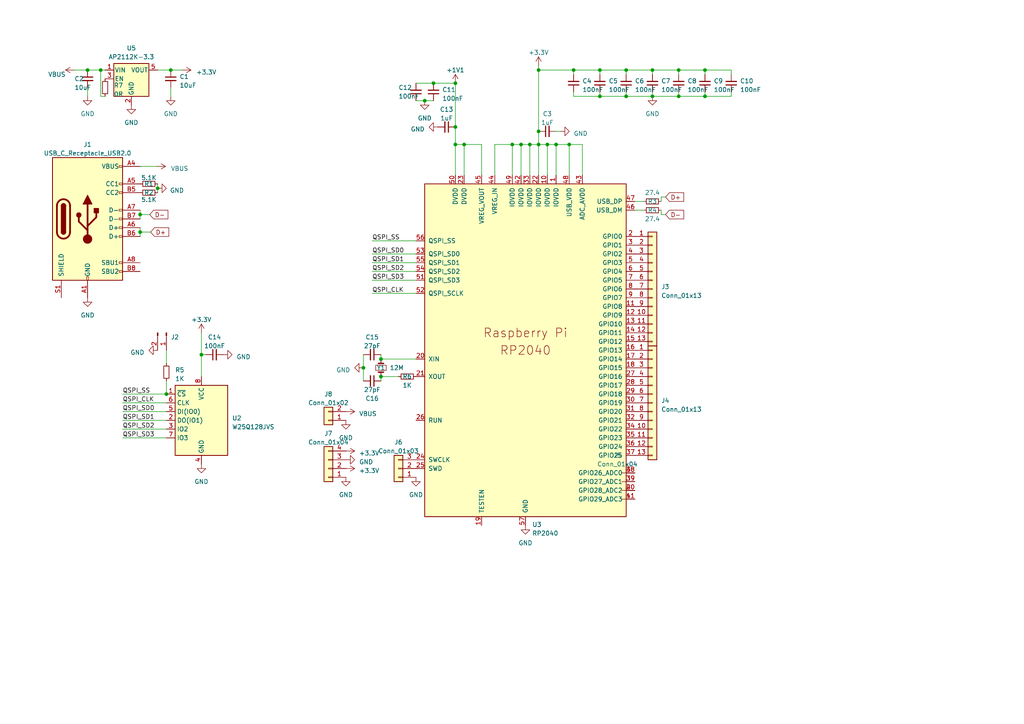
<source format=kicad_sch>
(kicad_sch (version 20230121) (generator eeschema)

  (uuid dabcfa75-d0e2-4c07-abb7-0bcc063de50a)

  (paper "A4")

  (lib_symbols
    (symbol "Connector:Conn_01x02_Pin" (pin_names (offset 1.016) hide) (in_bom yes) (on_board yes)
      (property "Reference" "J" (at 0 2.54 0)
        (effects (font (size 1.27 1.27)))
      )
      (property "Value" "Conn_01x02_Pin" (at 0 -5.08 0)
        (effects (font (size 1.27 1.27)))
      )
      (property "Footprint" "" (at 0 0 0)
        (effects (font (size 1.27 1.27)) hide)
      )
      (property "Datasheet" "~" (at 0 0 0)
        (effects (font (size 1.27 1.27)) hide)
      )
      (property "ki_locked" "" (at 0 0 0)
        (effects (font (size 1.27 1.27)))
      )
      (property "ki_keywords" "connector" (at 0 0 0)
        (effects (font (size 1.27 1.27)) hide)
      )
      (property "ki_description" "Generic connector, single row, 01x02, script generated" (at 0 0 0)
        (effects (font (size 1.27 1.27)) hide)
      )
      (property "ki_fp_filters" "Connector*:*_1x??_*" (at 0 0 0)
        (effects (font (size 1.27 1.27)) hide)
      )
      (symbol "Conn_01x02_Pin_1_1"
        (polyline
          (pts
            (xy 1.27 -2.54)
            (xy 0.8636 -2.54)
          )
          (stroke (width 0.1524) (type default))
          (fill (type none))
        )
        (polyline
          (pts
            (xy 1.27 0)
            (xy 0.8636 0)
          )
          (stroke (width 0.1524) (type default))
          (fill (type none))
        )
        (rectangle (start 0.8636 -2.413) (end 0 -2.667)
          (stroke (width 0.1524) (type default))
          (fill (type outline))
        )
        (rectangle (start 0.8636 0.127) (end 0 -0.127)
          (stroke (width 0.1524) (type default))
          (fill (type outline))
        )
        (pin passive line (at 5.08 0 180) (length 3.81)
          (name "Pin_1" (effects (font (size 1.27 1.27))))
          (number "1" (effects (font (size 1.27 1.27))))
        )
        (pin passive line (at 5.08 -2.54 180) (length 3.81)
          (name "Pin_2" (effects (font (size 1.27 1.27))))
          (number "2" (effects (font (size 1.27 1.27))))
        )
      )
    )
    (symbol "Connector:USB_C_Receptacle_USB2.0" (pin_names (offset 1.016)) (in_bom yes) (on_board yes)
      (property "Reference" "J" (at -10.16 19.05 0)
        (effects (font (size 1.27 1.27)) (justify left))
      )
      (property "Value" "USB_C_Receptacle_USB2.0" (at 19.05 19.05 0)
        (effects (font (size 1.27 1.27)) (justify right))
      )
      (property "Footprint" "" (at 3.81 0 0)
        (effects (font (size 1.27 1.27)) hide)
      )
      (property "Datasheet" "https://www.usb.org/sites/default/files/documents/usb_type-c.zip" (at 3.81 0 0)
        (effects (font (size 1.27 1.27)) hide)
      )
      (property "ki_keywords" "usb universal serial bus type-C USB2.0" (at 0 0 0)
        (effects (font (size 1.27 1.27)) hide)
      )
      (property "ki_description" "USB 2.0-only Type-C Receptacle connector" (at 0 0 0)
        (effects (font (size 1.27 1.27)) hide)
      )
      (property "ki_fp_filters" "USB*C*Receptacle*" (at 0 0 0)
        (effects (font (size 1.27 1.27)) hide)
      )
      (symbol "USB_C_Receptacle_USB2.0_0_0"
        (rectangle (start -0.254 -17.78) (end 0.254 -16.764)
          (stroke (width 0) (type default))
          (fill (type none))
        )
        (rectangle (start 10.16 -14.986) (end 9.144 -15.494)
          (stroke (width 0) (type default))
          (fill (type none))
        )
        (rectangle (start 10.16 -12.446) (end 9.144 -12.954)
          (stroke (width 0) (type default))
          (fill (type none))
        )
        (rectangle (start 10.16 -4.826) (end 9.144 -5.334)
          (stroke (width 0) (type default))
          (fill (type none))
        )
        (rectangle (start 10.16 -2.286) (end 9.144 -2.794)
          (stroke (width 0) (type default))
          (fill (type none))
        )
        (rectangle (start 10.16 0.254) (end 9.144 -0.254)
          (stroke (width 0) (type default))
          (fill (type none))
        )
        (rectangle (start 10.16 2.794) (end 9.144 2.286)
          (stroke (width 0) (type default))
          (fill (type none))
        )
        (rectangle (start 10.16 7.874) (end 9.144 7.366)
          (stroke (width 0) (type default))
          (fill (type none))
        )
        (rectangle (start 10.16 10.414) (end 9.144 9.906)
          (stroke (width 0) (type default))
          (fill (type none))
        )
        (rectangle (start 10.16 15.494) (end 9.144 14.986)
          (stroke (width 0) (type default))
          (fill (type none))
        )
      )
      (symbol "USB_C_Receptacle_USB2.0_0_1"
        (rectangle (start -10.16 17.78) (end 10.16 -17.78)
          (stroke (width 0.254) (type default))
          (fill (type background))
        )
        (arc (start -8.89 -3.81) (mid -6.985 -5.7067) (end -5.08 -3.81)
          (stroke (width 0.508) (type default))
          (fill (type none))
        )
        (arc (start -7.62 -3.81) (mid -6.985 -4.4423) (end -6.35 -3.81)
          (stroke (width 0.254) (type default))
          (fill (type none))
        )
        (arc (start -7.62 -3.81) (mid -6.985 -4.4423) (end -6.35 -3.81)
          (stroke (width 0.254) (type default))
          (fill (type outline))
        )
        (rectangle (start -7.62 -3.81) (end -6.35 3.81)
          (stroke (width 0.254) (type default))
          (fill (type outline))
        )
        (arc (start -6.35 3.81) (mid -6.985 4.4423) (end -7.62 3.81)
          (stroke (width 0.254) (type default))
          (fill (type none))
        )
        (arc (start -6.35 3.81) (mid -6.985 4.4423) (end -7.62 3.81)
          (stroke (width 0.254) (type default))
          (fill (type outline))
        )
        (arc (start -5.08 3.81) (mid -6.985 5.7067) (end -8.89 3.81)
          (stroke (width 0.508) (type default))
          (fill (type none))
        )
        (circle (center -2.54 1.143) (radius 0.635)
          (stroke (width 0.254) (type default))
          (fill (type outline))
        )
        (circle (center 0 -5.842) (radius 1.27)
          (stroke (width 0) (type default))
          (fill (type outline))
        )
        (polyline
          (pts
            (xy -8.89 -3.81)
            (xy -8.89 3.81)
          )
          (stroke (width 0.508) (type default))
          (fill (type none))
        )
        (polyline
          (pts
            (xy -5.08 3.81)
            (xy -5.08 -3.81)
          )
          (stroke (width 0.508) (type default))
          (fill (type none))
        )
        (polyline
          (pts
            (xy 0 -5.842)
            (xy 0 4.318)
          )
          (stroke (width 0.508) (type default))
          (fill (type none))
        )
        (polyline
          (pts
            (xy 0 -3.302)
            (xy -2.54 -0.762)
            (xy -2.54 0.508)
          )
          (stroke (width 0.508) (type default))
          (fill (type none))
        )
        (polyline
          (pts
            (xy 0 -2.032)
            (xy 2.54 0.508)
            (xy 2.54 1.778)
          )
          (stroke (width 0.508) (type default))
          (fill (type none))
        )
        (polyline
          (pts
            (xy -1.27 4.318)
            (xy 0 6.858)
            (xy 1.27 4.318)
            (xy -1.27 4.318)
          )
          (stroke (width 0.254) (type default))
          (fill (type outline))
        )
        (rectangle (start 1.905 1.778) (end 3.175 3.048)
          (stroke (width 0.254) (type default))
          (fill (type outline))
        )
      )
      (symbol "USB_C_Receptacle_USB2.0_1_1"
        (pin passive line (at 0 -22.86 90) (length 5.08)
          (name "GND" (effects (font (size 1.27 1.27))))
          (number "A1" (effects (font (size 1.27 1.27))))
        )
        (pin passive line (at 0 -22.86 90) (length 5.08) hide
          (name "GND" (effects (font (size 1.27 1.27))))
          (number "A12" (effects (font (size 1.27 1.27))))
        )
        (pin passive line (at 15.24 15.24 180) (length 5.08)
          (name "VBUS" (effects (font (size 1.27 1.27))))
          (number "A4" (effects (font (size 1.27 1.27))))
        )
        (pin bidirectional line (at 15.24 10.16 180) (length 5.08)
          (name "CC1" (effects (font (size 1.27 1.27))))
          (number "A5" (effects (font (size 1.27 1.27))))
        )
        (pin bidirectional line (at 15.24 -2.54 180) (length 5.08)
          (name "D+" (effects (font (size 1.27 1.27))))
          (number "A6" (effects (font (size 1.27 1.27))))
        )
        (pin bidirectional line (at 15.24 2.54 180) (length 5.08)
          (name "D-" (effects (font (size 1.27 1.27))))
          (number "A7" (effects (font (size 1.27 1.27))))
        )
        (pin bidirectional line (at 15.24 -12.7 180) (length 5.08)
          (name "SBU1" (effects (font (size 1.27 1.27))))
          (number "A8" (effects (font (size 1.27 1.27))))
        )
        (pin passive line (at 15.24 15.24 180) (length 5.08) hide
          (name "VBUS" (effects (font (size 1.27 1.27))))
          (number "A9" (effects (font (size 1.27 1.27))))
        )
        (pin passive line (at 0 -22.86 90) (length 5.08) hide
          (name "GND" (effects (font (size 1.27 1.27))))
          (number "B1" (effects (font (size 1.27 1.27))))
        )
        (pin passive line (at 0 -22.86 90) (length 5.08) hide
          (name "GND" (effects (font (size 1.27 1.27))))
          (number "B12" (effects (font (size 1.27 1.27))))
        )
        (pin passive line (at 15.24 15.24 180) (length 5.08) hide
          (name "VBUS" (effects (font (size 1.27 1.27))))
          (number "B4" (effects (font (size 1.27 1.27))))
        )
        (pin bidirectional line (at 15.24 7.62 180) (length 5.08)
          (name "CC2" (effects (font (size 1.27 1.27))))
          (number "B5" (effects (font (size 1.27 1.27))))
        )
        (pin bidirectional line (at 15.24 -5.08 180) (length 5.08)
          (name "D+" (effects (font (size 1.27 1.27))))
          (number "B6" (effects (font (size 1.27 1.27))))
        )
        (pin bidirectional line (at 15.24 0 180) (length 5.08)
          (name "D-" (effects (font (size 1.27 1.27))))
          (number "B7" (effects (font (size 1.27 1.27))))
        )
        (pin bidirectional line (at 15.24 -15.24 180) (length 5.08)
          (name "SBU2" (effects (font (size 1.27 1.27))))
          (number "B8" (effects (font (size 1.27 1.27))))
        )
        (pin passive line (at 15.24 15.24 180) (length 5.08) hide
          (name "VBUS" (effects (font (size 1.27 1.27))))
          (number "B9" (effects (font (size 1.27 1.27))))
        )
        (pin passive line (at -7.62 -22.86 90) (length 5.08)
          (name "SHIELD" (effects (font (size 1.27 1.27))))
          (number "S1" (effects (font (size 1.27 1.27))))
        )
      )
    )
    (symbol "Connector_Generic:Conn_01x02" (pin_names (offset 1.016) hide) (in_bom yes) (on_board yes)
      (property "Reference" "J" (at 0 2.54 0)
        (effects (font (size 1.27 1.27)))
      )
      (property "Value" "Conn_01x02" (at 0 -5.08 0)
        (effects (font (size 1.27 1.27)))
      )
      (property "Footprint" "" (at 0 0 0)
        (effects (font (size 1.27 1.27)) hide)
      )
      (property "Datasheet" "~" (at 0 0 0)
        (effects (font (size 1.27 1.27)) hide)
      )
      (property "ki_keywords" "connector" (at 0 0 0)
        (effects (font (size 1.27 1.27)) hide)
      )
      (property "ki_description" "Generic connector, single row, 01x02, script generated (kicad-library-utils/schlib/autogen/connector/)" (at 0 0 0)
        (effects (font (size 1.27 1.27)) hide)
      )
      (property "ki_fp_filters" "Connector*:*_1x??_*" (at 0 0 0)
        (effects (font (size 1.27 1.27)) hide)
      )
      (symbol "Conn_01x02_1_1"
        (rectangle (start -1.27 -2.413) (end 0 -2.667)
          (stroke (width 0.1524) (type default))
          (fill (type none))
        )
        (rectangle (start -1.27 0.127) (end 0 -0.127)
          (stroke (width 0.1524) (type default))
          (fill (type none))
        )
        (rectangle (start -1.27 1.27) (end 1.27 -3.81)
          (stroke (width 0.254) (type default))
          (fill (type background))
        )
        (pin passive line (at -5.08 0 0) (length 3.81)
          (name "Pin_1" (effects (font (size 1.27 1.27))))
          (number "1" (effects (font (size 1.27 1.27))))
        )
        (pin passive line (at -5.08 -2.54 0) (length 3.81)
          (name "Pin_2" (effects (font (size 1.27 1.27))))
          (number "2" (effects (font (size 1.27 1.27))))
        )
      )
    )
    (symbol "Connector_Generic:Conn_01x03" (pin_names (offset 1.016) hide) (in_bom yes) (on_board yes)
      (property "Reference" "J" (at 0 5.08 0)
        (effects (font (size 1.27 1.27)))
      )
      (property "Value" "Conn_01x03" (at 0 -5.08 0)
        (effects (font (size 1.27 1.27)))
      )
      (property "Footprint" "" (at 0 0 0)
        (effects (font (size 1.27 1.27)) hide)
      )
      (property "Datasheet" "~" (at 0 0 0)
        (effects (font (size 1.27 1.27)) hide)
      )
      (property "ki_keywords" "connector" (at 0 0 0)
        (effects (font (size 1.27 1.27)) hide)
      )
      (property "ki_description" "Generic connector, single row, 01x03, script generated (kicad-library-utils/schlib/autogen/connector/)" (at 0 0 0)
        (effects (font (size 1.27 1.27)) hide)
      )
      (property "ki_fp_filters" "Connector*:*_1x??_*" (at 0 0 0)
        (effects (font (size 1.27 1.27)) hide)
      )
      (symbol "Conn_01x03_1_1"
        (rectangle (start -1.27 -2.413) (end 0 -2.667)
          (stroke (width 0.1524) (type default))
          (fill (type none))
        )
        (rectangle (start -1.27 0.127) (end 0 -0.127)
          (stroke (width 0.1524) (type default))
          (fill (type none))
        )
        (rectangle (start -1.27 2.667) (end 0 2.413)
          (stroke (width 0.1524) (type default))
          (fill (type none))
        )
        (rectangle (start -1.27 3.81) (end 1.27 -3.81)
          (stroke (width 0.254) (type default))
          (fill (type background))
        )
        (pin passive line (at -5.08 2.54 0) (length 3.81)
          (name "Pin_1" (effects (font (size 1.27 1.27))))
          (number "1" (effects (font (size 1.27 1.27))))
        )
        (pin passive line (at -5.08 0 0) (length 3.81)
          (name "Pin_2" (effects (font (size 1.27 1.27))))
          (number "2" (effects (font (size 1.27 1.27))))
        )
        (pin passive line (at -5.08 -2.54 0) (length 3.81)
          (name "Pin_3" (effects (font (size 1.27 1.27))))
          (number "3" (effects (font (size 1.27 1.27))))
        )
      )
    )
    (symbol "Connector_Generic:Conn_01x04" (pin_names (offset 1.016) hide) (in_bom yes) (on_board yes)
      (property "Reference" "J" (at 0 5.08 0)
        (effects (font (size 1.27 1.27)))
      )
      (property "Value" "Conn_01x04" (at 0 -7.62 0)
        (effects (font (size 1.27 1.27)))
      )
      (property "Footprint" "" (at 0 0 0)
        (effects (font (size 1.27 1.27)) hide)
      )
      (property "Datasheet" "~" (at 0 0 0)
        (effects (font (size 1.27 1.27)) hide)
      )
      (property "ki_keywords" "connector" (at 0 0 0)
        (effects (font (size 1.27 1.27)) hide)
      )
      (property "ki_description" "Generic connector, single row, 01x04, script generated (kicad-library-utils/schlib/autogen/connector/)" (at 0 0 0)
        (effects (font (size 1.27 1.27)) hide)
      )
      (property "ki_fp_filters" "Connector*:*_1x??_*" (at 0 0 0)
        (effects (font (size 1.27 1.27)) hide)
      )
      (symbol "Conn_01x04_1_1"
        (rectangle (start -1.27 -4.953) (end 0 -5.207)
          (stroke (width 0.1524) (type default))
          (fill (type none))
        )
        (rectangle (start -1.27 -2.413) (end 0 -2.667)
          (stroke (width 0.1524) (type default))
          (fill (type none))
        )
        (rectangle (start -1.27 0.127) (end 0 -0.127)
          (stroke (width 0.1524) (type default))
          (fill (type none))
        )
        (rectangle (start -1.27 2.667) (end 0 2.413)
          (stroke (width 0.1524) (type default))
          (fill (type none))
        )
        (rectangle (start -1.27 3.81) (end 1.27 -6.35)
          (stroke (width 0.254) (type default))
          (fill (type background))
        )
        (pin passive line (at -5.08 2.54 0) (length 3.81)
          (name "Pin_1" (effects (font (size 1.27 1.27))))
          (number "1" (effects (font (size 1.27 1.27))))
        )
        (pin passive line (at -5.08 0 0) (length 3.81)
          (name "Pin_2" (effects (font (size 1.27 1.27))))
          (number "2" (effects (font (size 1.27 1.27))))
        )
        (pin passive line (at -5.08 -2.54 0) (length 3.81)
          (name "Pin_3" (effects (font (size 1.27 1.27))))
          (number "3" (effects (font (size 1.27 1.27))))
        )
        (pin passive line (at -5.08 -5.08 0) (length 3.81)
          (name "Pin_4" (effects (font (size 1.27 1.27))))
          (number "4" (effects (font (size 1.27 1.27))))
        )
      )
    )
    (symbol "Connector_Generic:Conn_01x13" (pin_names (offset 1.016) hide) (in_bom yes) (on_board yes)
      (property "Reference" "J" (at 0 17.78 0)
        (effects (font (size 1.27 1.27)))
      )
      (property "Value" "Conn_01x13" (at 0 -17.78 0)
        (effects (font (size 1.27 1.27)))
      )
      (property "Footprint" "" (at 0 0 0)
        (effects (font (size 1.27 1.27)) hide)
      )
      (property "Datasheet" "~" (at 0 0 0)
        (effects (font (size 1.27 1.27)) hide)
      )
      (property "ki_keywords" "connector" (at 0 0 0)
        (effects (font (size 1.27 1.27)) hide)
      )
      (property "ki_description" "Generic connector, single row, 01x13, script generated (kicad-library-utils/schlib/autogen/connector/)" (at 0 0 0)
        (effects (font (size 1.27 1.27)) hide)
      )
      (property "ki_fp_filters" "Connector*:*_1x??_*" (at 0 0 0)
        (effects (font (size 1.27 1.27)) hide)
      )
      (symbol "Conn_01x13_1_1"
        (rectangle (start -1.27 -15.113) (end 0 -15.367)
          (stroke (width 0.1524) (type default))
          (fill (type none))
        )
        (rectangle (start -1.27 -12.573) (end 0 -12.827)
          (stroke (width 0.1524) (type default))
          (fill (type none))
        )
        (rectangle (start -1.27 -10.033) (end 0 -10.287)
          (stroke (width 0.1524) (type default))
          (fill (type none))
        )
        (rectangle (start -1.27 -7.493) (end 0 -7.747)
          (stroke (width 0.1524) (type default))
          (fill (type none))
        )
        (rectangle (start -1.27 -4.953) (end 0 -5.207)
          (stroke (width 0.1524) (type default))
          (fill (type none))
        )
        (rectangle (start -1.27 -2.413) (end 0 -2.667)
          (stroke (width 0.1524) (type default))
          (fill (type none))
        )
        (rectangle (start -1.27 0.127) (end 0 -0.127)
          (stroke (width 0.1524) (type default))
          (fill (type none))
        )
        (rectangle (start -1.27 2.667) (end 0 2.413)
          (stroke (width 0.1524) (type default))
          (fill (type none))
        )
        (rectangle (start -1.27 5.207) (end 0 4.953)
          (stroke (width 0.1524) (type default))
          (fill (type none))
        )
        (rectangle (start -1.27 7.747) (end 0 7.493)
          (stroke (width 0.1524) (type default))
          (fill (type none))
        )
        (rectangle (start -1.27 10.287) (end 0 10.033)
          (stroke (width 0.1524) (type default))
          (fill (type none))
        )
        (rectangle (start -1.27 12.827) (end 0 12.573)
          (stroke (width 0.1524) (type default))
          (fill (type none))
        )
        (rectangle (start -1.27 15.367) (end 0 15.113)
          (stroke (width 0.1524) (type default))
          (fill (type none))
        )
        (rectangle (start -1.27 16.51) (end 1.27 -16.51)
          (stroke (width 0.254) (type default))
          (fill (type background))
        )
        (pin passive line (at -5.08 15.24 0) (length 3.81)
          (name "Pin_1" (effects (font (size 1.27 1.27))))
          (number "1" (effects (font (size 1.27 1.27))))
        )
        (pin passive line (at -5.08 -7.62 0) (length 3.81)
          (name "Pin_10" (effects (font (size 1.27 1.27))))
          (number "10" (effects (font (size 1.27 1.27))))
        )
        (pin passive line (at -5.08 -10.16 0) (length 3.81)
          (name "Pin_11" (effects (font (size 1.27 1.27))))
          (number "11" (effects (font (size 1.27 1.27))))
        )
        (pin passive line (at -5.08 -12.7 0) (length 3.81)
          (name "Pin_12" (effects (font (size 1.27 1.27))))
          (number "12" (effects (font (size 1.27 1.27))))
        )
        (pin passive line (at -5.08 -15.24 0) (length 3.81)
          (name "Pin_13" (effects (font (size 1.27 1.27))))
          (number "13" (effects (font (size 1.27 1.27))))
        )
        (pin passive line (at -5.08 12.7 0) (length 3.81)
          (name "Pin_2" (effects (font (size 1.27 1.27))))
          (number "2" (effects (font (size 1.27 1.27))))
        )
        (pin passive line (at -5.08 10.16 0) (length 3.81)
          (name "Pin_3" (effects (font (size 1.27 1.27))))
          (number "3" (effects (font (size 1.27 1.27))))
        )
        (pin passive line (at -5.08 7.62 0) (length 3.81)
          (name "Pin_4" (effects (font (size 1.27 1.27))))
          (number "4" (effects (font (size 1.27 1.27))))
        )
        (pin passive line (at -5.08 5.08 0) (length 3.81)
          (name "Pin_5" (effects (font (size 1.27 1.27))))
          (number "5" (effects (font (size 1.27 1.27))))
        )
        (pin passive line (at -5.08 2.54 0) (length 3.81)
          (name "Pin_6" (effects (font (size 1.27 1.27))))
          (number "6" (effects (font (size 1.27 1.27))))
        )
        (pin passive line (at -5.08 0 0) (length 3.81)
          (name "Pin_7" (effects (font (size 1.27 1.27))))
          (number "7" (effects (font (size 1.27 1.27))))
        )
        (pin passive line (at -5.08 -2.54 0) (length 3.81)
          (name "Pin_8" (effects (font (size 1.27 1.27))))
          (number "8" (effects (font (size 1.27 1.27))))
        )
        (pin passive line (at -5.08 -5.08 0) (length 3.81)
          (name "Pin_9" (effects (font (size 1.27 1.27))))
          (number "9" (effects (font (size 1.27 1.27))))
        )
      )
    )
    (symbol "Device:C_Small" (pin_numbers hide) (pin_names (offset 0.254) hide) (in_bom yes) (on_board yes)
      (property "Reference" "C" (at 0.254 1.778 0)
        (effects (font (size 1.27 1.27)) (justify left))
      )
      (property "Value" "C_Small" (at 0.254 -2.032 0)
        (effects (font (size 1.27 1.27)) (justify left))
      )
      (property "Footprint" "" (at 0 0 0)
        (effects (font (size 1.27 1.27)) hide)
      )
      (property "Datasheet" "~" (at 0 0 0)
        (effects (font (size 1.27 1.27)) hide)
      )
      (property "ki_keywords" "capacitor cap" (at 0 0 0)
        (effects (font (size 1.27 1.27)) hide)
      )
      (property "ki_description" "Unpolarized capacitor, small symbol" (at 0 0 0)
        (effects (font (size 1.27 1.27)) hide)
      )
      (property "ki_fp_filters" "C_*" (at 0 0 0)
        (effects (font (size 1.27 1.27)) hide)
      )
      (symbol "C_Small_0_1"
        (polyline
          (pts
            (xy -1.524 -0.508)
            (xy 1.524 -0.508)
          )
          (stroke (width 0.3302) (type default))
          (fill (type none))
        )
        (polyline
          (pts
            (xy -1.524 0.508)
            (xy 1.524 0.508)
          )
          (stroke (width 0.3048) (type default))
          (fill (type none))
        )
      )
      (symbol "C_Small_1_1"
        (pin passive line (at 0 2.54 270) (length 2.032)
          (name "~" (effects (font (size 1.27 1.27))))
          (number "1" (effects (font (size 1.27 1.27))))
        )
        (pin passive line (at 0 -2.54 90) (length 2.032)
          (name "~" (effects (font (size 1.27 1.27))))
          (number "2" (effects (font (size 1.27 1.27))))
        )
      )
    )
    (symbol "Device:Crystal_Small" (pin_numbers hide) (pin_names (offset 1.016) hide) (in_bom yes) (on_board yes)
      (property "Reference" "Y" (at 0 2.54 0)
        (effects (font (size 1.27 1.27)))
      )
      (property "Value" "Crystal_Small" (at 0 -2.54 0)
        (effects (font (size 1.27 1.27)))
      )
      (property "Footprint" "" (at 0 0 0)
        (effects (font (size 1.27 1.27)) hide)
      )
      (property "Datasheet" "~" (at 0 0 0)
        (effects (font (size 1.27 1.27)) hide)
      )
      (property "ki_keywords" "quartz ceramic resonator oscillator" (at 0 0 0)
        (effects (font (size 1.27 1.27)) hide)
      )
      (property "ki_description" "Two pin crystal, small symbol" (at 0 0 0)
        (effects (font (size 1.27 1.27)) hide)
      )
      (property "ki_fp_filters" "Crystal*" (at 0 0 0)
        (effects (font (size 1.27 1.27)) hide)
      )
      (symbol "Crystal_Small_0_1"
        (rectangle (start -0.762 -1.524) (end 0.762 1.524)
          (stroke (width 0) (type default))
          (fill (type none))
        )
        (polyline
          (pts
            (xy -1.27 -0.762)
            (xy -1.27 0.762)
          )
          (stroke (width 0.381) (type default))
          (fill (type none))
        )
        (polyline
          (pts
            (xy 1.27 -0.762)
            (xy 1.27 0.762)
          )
          (stroke (width 0.381) (type default))
          (fill (type none))
        )
      )
      (symbol "Crystal_Small_1_1"
        (pin passive line (at -2.54 0 0) (length 1.27)
          (name "1" (effects (font (size 1.27 1.27))))
          (number "1" (effects (font (size 1.27 1.27))))
        )
        (pin passive line (at 2.54 0 180) (length 1.27)
          (name "2" (effects (font (size 1.27 1.27))))
          (number "2" (effects (font (size 1.27 1.27))))
        )
      )
    )
    (symbol "Device:R_Small" (pin_numbers hide) (pin_names (offset 0.254) hide) (in_bom yes) (on_board yes)
      (property "Reference" "R" (at 0.762 0.508 0)
        (effects (font (size 1.27 1.27)) (justify left))
      )
      (property "Value" "R_Small" (at 0.762 -1.016 0)
        (effects (font (size 1.27 1.27)) (justify left))
      )
      (property "Footprint" "" (at 0 0 0)
        (effects (font (size 1.27 1.27)) hide)
      )
      (property "Datasheet" "~" (at 0 0 0)
        (effects (font (size 1.27 1.27)) hide)
      )
      (property "ki_keywords" "R resistor" (at 0 0 0)
        (effects (font (size 1.27 1.27)) hide)
      )
      (property "ki_description" "Resistor, small symbol" (at 0 0 0)
        (effects (font (size 1.27 1.27)) hide)
      )
      (property "ki_fp_filters" "R_*" (at 0 0 0)
        (effects (font (size 1.27 1.27)) hide)
      )
      (symbol "R_Small_0_1"
        (rectangle (start -0.762 1.778) (end 0.762 -1.778)
          (stroke (width 0.2032) (type default))
          (fill (type none))
        )
      )
      (symbol "R_Small_1_1"
        (pin passive line (at 0 2.54 270) (length 0.762)
          (name "~" (effects (font (size 1.27 1.27))))
          (number "1" (effects (font (size 1.27 1.27))))
        )
        (pin passive line (at 0 -2.54 90) (length 0.762)
          (name "~" (effects (font (size 1.27 1.27))))
          (number "2" (effects (font (size 1.27 1.27))))
        )
      )
    )
    (symbol "MCU_RaspberryPi_and_Boards:RP2040" (pin_names (offset 1.016)) (in_bom yes) (on_board yes)
      (property "Reference" "U" (at -29.21 49.53 0)
        (effects (font (size 1.27 1.27)))
      )
      (property "Value" "RP2040" (at 24.13 -49.53 0)
        (effects (font (size 1.27 1.27)))
      )
      (property "Footprint" "RP2040_minimal:RP2040-QFN-56" (at -19.05 0 0)
        (effects (font (size 1.27 1.27)) hide)
      )
      (property "Datasheet" "" (at -19.05 0 0)
        (effects (font (size 1.27 1.27)) hide)
      )
      (symbol "RP2040_0_0"
        (text "Raspberry Pi" (at 0 5.08 0)
          (effects (font (size 2.54 2.54)))
        )
        (text "RP2040" (at 0 0 0)
          (effects (font (size 2.54 2.54)))
        )
      )
      (symbol "RP2040_0_1"
        (rectangle (start 29.21 48.26) (end -29.21 -48.26)
          (stroke (width 0.254) (type default))
          (fill (type background))
        )
      )
      (symbol "RP2040_1_1"
        (pin power_in line (at 8.89 50.8 270) (length 2.54)
          (name "IOVDD" (effects (font (size 1.27 1.27))))
          (number "1" (effects (font (size 1.27 1.27))))
        )
        (pin power_in line (at 6.35 50.8 270) (length 2.54)
          (name "IOVDD" (effects (font (size 1.27 1.27))))
          (number "10" (effects (font (size 1.27 1.27))))
        )
        (pin bidirectional line (at 31.75 12.7 180) (length 2.54)
          (name "GPIO8" (effects (font (size 1.27 1.27))))
          (number "11" (effects (font (size 1.27 1.27))))
        )
        (pin bidirectional line (at 31.75 10.16 180) (length 2.54)
          (name "GPIO9" (effects (font (size 1.27 1.27))))
          (number "12" (effects (font (size 1.27 1.27))))
        )
        (pin bidirectional line (at 31.75 7.62 180) (length 2.54)
          (name "GPIO10" (effects (font (size 1.27 1.27))))
          (number "13" (effects (font (size 1.27 1.27))))
        )
        (pin bidirectional line (at 31.75 5.08 180) (length 2.54)
          (name "GPIO11" (effects (font (size 1.27 1.27))))
          (number "14" (effects (font (size 1.27 1.27))))
        )
        (pin bidirectional line (at 31.75 2.54 180) (length 2.54)
          (name "GPIO12" (effects (font (size 1.27 1.27))))
          (number "15" (effects (font (size 1.27 1.27))))
        )
        (pin bidirectional line (at 31.75 0 180) (length 2.54)
          (name "GPIO13" (effects (font (size 1.27 1.27))))
          (number "16" (effects (font (size 1.27 1.27))))
        )
        (pin bidirectional line (at 31.75 -2.54 180) (length 2.54)
          (name "GPIO14" (effects (font (size 1.27 1.27))))
          (number "17" (effects (font (size 1.27 1.27))))
        )
        (pin bidirectional line (at 31.75 -5.08 180) (length 2.54)
          (name "GPIO15" (effects (font (size 1.27 1.27))))
          (number "18" (effects (font (size 1.27 1.27))))
        )
        (pin passive line (at -12.7 -50.8 90) (length 2.54)
          (name "TESTEN" (effects (font (size 1.27 1.27))))
          (number "19" (effects (font (size 1.27 1.27))))
        )
        (pin bidirectional line (at 31.75 33.02 180) (length 2.54)
          (name "GPIO0" (effects (font (size 1.27 1.27))))
          (number "2" (effects (font (size 1.27 1.27))))
        )
        (pin input line (at -31.75 -2.54 0) (length 2.54)
          (name "XIN" (effects (font (size 1.27 1.27))))
          (number "20" (effects (font (size 1.27 1.27))))
        )
        (pin passive line (at -31.75 -7.62 0) (length 2.54)
          (name "XOUT" (effects (font (size 1.27 1.27))))
          (number "21" (effects (font (size 1.27 1.27))))
        )
        (pin power_in line (at 3.81 50.8 270) (length 2.54)
          (name "IOVDD" (effects (font (size 1.27 1.27))))
          (number "22" (effects (font (size 1.27 1.27))))
        )
        (pin power_in line (at -17.78 50.8 270) (length 2.54)
          (name "DVDD" (effects (font (size 1.27 1.27))))
          (number "23" (effects (font (size 1.27 1.27))))
        )
        (pin output line (at -31.75 -31.75 0) (length 2.54)
          (name "SWCLK" (effects (font (size 1.27 1.27))))
          (number "24" (effects (font (size 1.27 1.27))))
        )
        (pin bidirectional line (at -31.75 -34.29 0) (length 2.54)
          (name "SWD" (effects (font (size 1.27 1.27))))
          (number "25" (effects (font (size 1.27 1.27))))
        )
        (pin input line (at -31.75 -20.32 0) (length 2.54)
          (name "RUN" (effects (font (size 1.27 1.27))))
          (number "26" (effects (font (size 1.27 1.27))))
        )
        (pin bidirectional line (at 31.75 -7.62 180) (length 2.54)
          (name "GPIO16" (effects (font (size 1.27 1.27))))
          (number "27" (effects (font (size 1.27 1.27))))
        )
        (pin bidirectional line (at 31.75 -10.16 180) (length 2.54)
          (name "GPIO17" (effects (font (size 1.27 1.27))))
          (number "28" (effects (font (size 1.27 1.27))))
        )
        (pin bidirectional line (at 31.75 -12.7 180) (length 2.54)
          (name "GPIO18" (effects (font (size 1.27 1.27))))
          (number "29" (effects (font (size 1.27 1.27))))
        )
        (pin bidirectional line (at 31.75 30.48 180) (length 2.54)
          (name "GPIO1" (effects (font (size 1.27 1.27))))
          (number "3" (effects (font (size 1.27 1.27))))
        )
        (pin bidirectional line (at 31.75 -15.24 180) (length 2.54)
          (name "GPIO19" (effects (font (size 1.27 1.27))))
          (number "30" (effects (font (size 1.27 1.27))))
        )
        (pin bidirectional line (at 31.75 -17.78 180) (length 2.54)
          (name "GPIO20" (effects (font (size 1.27 1.27))))
          (number "31" (effects (font (size 1.27 1.27))))
        )
        (pin bidirectional line (at 31.75 -20.32 180) (length 2.54)
          (name "GPIO21" (effects (font (size 1.27 1.27))))
          (number "32" (effects (font (size 1.27 1.27))))
        )
        (pin power_in line (at 1.27 50.8 270) (length 2.54)
          (name "IOVDD" (effects (font (size 1.27 1.27))))
          (number "33" (effects (font (size 1.27 1.27))))
        )
        (pin bidirectional line (at 31.75 -22.86 180) (length 2.54)
          (name "GPIO22" (effects (font (size 1.27 1.27))))
          (number "34" (effects (font (size 1.27 1.27))))
        )
        (pin bidirectional line (at 31.75 -25.4 180) (length 2.54)
          (name "GPIO23" (effects (font (size 1.27 1.27))))
          (number "35" (effects (font (size 1.27 1.27))))
        )
        (pin bidirectional line (at 31.75 -27.94 180) (length 2.54)
          (name "GPIO24" (effects (font (size 1.27 1.27))))
          (number "36" (effects (font (size 1.27 1.27))))
        )
        (pin bidirectional line (at 31.75 -30.48 180) (length 2.54)
          (name "GPIO25" (effects (font (size 1.27 1.27))))
          (number "37" (effects (font (size 1.27 1.27))))
        )
        (pin bidirectional line (at 31.75 -35.56 180) (length 2.54)
          (name "GPIO26_ADC0" (effects (font (size 1.27 1.27))))
          (number "38" (effects (font (size 1.27 1.27))))
        )
        (pin bidirectional line (at 31.75 -38.1 180) (length 2.54)
          (name "GPIO27_ADC1" (effects (font (size 1.27 1.27))))
          (number "39" (effects (font (size 1.27 1.27))))
        )
        (pin bidirectional line (at 31.75 27.94 180) (length 2.54)
          (name "GPIO2" (effects (font (size 1.27 1.27))))
          (number "4" (effects (font (size 1.27 1.27))))
        )
        (pin bidirectional line (at 31.75 -40.64 180) (length 2.54)
          (name "GPIO28_ADC2" (effects (font (size 1.27 1.27))))
          (number "40" (effects (font (size 1.27 1.27))))
        )
        (pin bidirectional line (at 31.75 -43.18 180) (length 2.54)
          (name "GPIO29_ADC3" (effects (font (size 1.27 1.27))))
          (number "41" (effects (font (size 1.27 1.27))))
        )
        (pin power_in line (at -1.27 50.8 270) (length 2.54)
          (name "IOVDD" (effects (font (size 1.27 1.27))))
          (number "42" (effects (font (size 1.27 1.27))))
        )
        (pin power_in line (at 16.51 50.8 270) (length 2.54)
          (name "ADC_AVDD" (effects (font (size 1.27 1.27))))
          (number "43" (effects (font (size 1.27 1.27))))
        )
        (pin power_in line (at -8.89 50.8 270) (length 2.54)
          (name "VREG_IN" (effects (font (size 1.27 1.27))))
          (number "44" (effects (font (size 1.27 1.27))))
        )
        (pin power_out line (at -12.7 50.8 270) (length 2.54)
          (name "VREG_VOUT" (effects (font (size 1.27 1.27))))
          (number "45" (effects (font (size 1.27 1.27))))
        )
        (pin bidirectional line (at 31.75 40.64 180) (length 2.54)
          (name "USB_DM" (effects (font (size 1.27 1.27))))
          (number "46" (effects (font (size 1.27 1.27))))
        )
        (pin bidirectional line (at 31.75 43.18 180) (length 2.54)
          (name "USB_DP" (effects (font (size 1.27 1.27))))
          (number "47" (effects (font (size 1.27 1.27))))
        )
        (pin power_in line (at 12.7 50.8 270) (length 2.54)
          (name "USB_VDD" (effects (font (size 1.27 1.27))))
          (number "48" (effects (font (size 1.27 1.27))))
        )
        (pin power_in line (at -3.81 50.8 270) (length 2.54)
          (name "IOVDD" (effects (font (size 1.27 1.27))))
          (number "49" (effects (font (size 1.27 1.27))))
        )
        (pin bidirectional line (at 31.75 25.4 180) (length 2.54)
          (name "GPIO3" (effects (font (size 1.27 1.27))))
          (number "5" (effects (font (size 1.27 1.27))))
        )
        (pin power_in line (at -20.32 50.8 270) (length 2.54)
          (name "DVDD" (effects (font (size 1.27 1.27))))
          (number "50" (effects (font (size 1.27 1.27))))
        )
        (pin bidirectional line (at -31.75 20.32 0) (length 2.54)
          (name "QSPI_SD3" (effects (font (size 1.27 1.27))))
          (number "51" (effects (font (size 1.27 1.27))))
        )
        (pin output line (at -31.75 16.51 0) (length 2.54)
          (name "QSPI_SCLK" (effects (font (size 1.27 1.27))))
          (number "52" (effects (font (size 1.27 1.27))))
        )
        (pin bidirectional line (at -31.75 27.94 0) (length 2.54)
          (name "QSPI_SD0" (effects (font (size 1.27 1.27))))
          (number "53" (effects (font (size 1.27 1.27))))
        )
        (pin bidirectional line (at -31.75 22.86 0) (length 2.54)
          (name "QSPI_SD2" (effects (font (size 1.27 1.27))))
          (number "54" (effects (font (size 1.27 1.27))))
        )
        (pin bidirectional line (at -31.75 25.4 0) (length 2.54)
          (name "QSPI_SD1" (effects (font (size 1.27 1.27))))
          (number "55" (effects (font (size 1.27 1.27))))
        )
        (pin bidirectional line (at -31.75 31.75 0) (length 2.54)
          (name "QSPI_SS" (effects (font (size 1.27 1.27))))
          (number "56" (effects (font (size 1.27 1.27))))
        )
        (pin power_in line (at 0 -50.8 90) (length 2.54)
          (name "GND" (effects (font (size 1.27 1.27))))
          (number "57" (effects (font (size 1.27 1.27))))
        )
        (pin bidirectional line (at 31.75 22.86 180) (length 2.54)
          (name "GPIO4" (effects (font (size 1.27 1.27))))
          (number "6" (effects (font (size 1.27 1.27))))
        )
        (pin bidirectional line (at 31.75 20.32 180) (length 2.54)
          (name "GPIO5" (effects (font (size 1.27 1.27))))
          (number "7" (effects (font (size 1.27 1.27))))
        )
        (pin bidirectional line (at 31.75 17.78 180) (length 2.54)
          (name "GPIO6" (effects (font (size 1.27 1.27))))
          (number "8" (effects (font (size 1.27 1.27))))
        )
        (pin bidirectional line (at 31.75 15.24 180) (length 2.54)
          (name "GPIO7" (effects (font (size 1.27 1.27))))
          (number "9" (effects (font (size 1.27 1.27))))
        )
      )
    )
    (symbol "Memory_Flash:W25Q128JVS" (in_bom yes) (on_board yes)
      (property "Reference" "U" (at -8.89 8.89 0)
        (effects (font (size 1.27 1.27)))
      )
      (property "Value" "W25Q128JVS" (at 7.62 8.89 0)
        (effects (font (size 1.27 1.27)))
      )
      (property "Footprint" "Package_SO:SOIC-8_5.23x5.23mm_P1.27mm" (at 0 0 0)
        (effects (font (size 1.27 1.27)) hide)
      )
      (property "Datasheet" "http://www.winbond.com/resource-files/w25q128jv_dtr%20revc%2003272018%20plus.pdf" (at 0 0 0)
        (effects (font (size 1.27 1.27)) hide)
      )
      (property "ki_keywords" "flash memory SPI QPI DTR" (at 0 0 0)
        (effects (font (size 1.27 1.27)) hide)
      )
      (property "ki_description" "128Mb Serial Flash Memory, Standard/Dual/Quad SPI, SOIC-8" (at 0 0 0)
        (effects (font (size 1.27 1.27)) hide)
      )
      (property "ki_fp_filters" "SOIC*5.23x5.23mm*P1.27mm*" (at 0 0 0)
        (effects (font (size 1.27 1.27)) hide)
      )
      (symbol "W25Q128JVS_0_1"
        (rectangle (start -7.62 10.16) (end 7.62 -10.16)
          (stroke (width 0.254) (type default))
          (fill (type background))
        )
      )
      (symbol "W25Q128JVS_1_1"
        (pin input line (at -10.16 7.62 0) (length 2.54)
          (name "~{CS}" (effects (font (size 1.27 1.27))))
          (number "1" (effects (font (size 1.27 1.27))))
        )
        (pin bidirectional line (at -10.16 0 0) (length 2.54)
          (name "DO(IO1)" (effects (font (size 1.27 1.27))))
          (number "2" (effects (font (size 1.27 1.27))))
        )
        (pin bidirectional line (at -10.16 -2.54 0) (length 2.54)
          (name "IO2" (effects (font (size 1.27 1.27))))
          (number "3" (effects (font (size 1.27 1.27))))
        )
        (pin power_in line (at 0 -12.7 90) (length 2.54)
          (name "GND" (effects (font (size 1.27 1.27))))
          (number "4" (effects (font (size 1.27 1.27))))
        )
        (pin bidirectional line (at -10.16 2.54 0) (length 2.54)
          (name "DI(IO0)" (effects (font (size 1.27 1.27))))
          (number "5" (effects (font (size 1.27 1.27))))
        )
        (pin input line (at -10.16 5.08 0) (length 2.54)
          (name "CLK" (effects (font (size 1.27 1.27))))
          (number "6" (effects (font (size 1.27 1.27))))
        )
        (pin bidirectional line (at -10.16 -5.08 0) (length 2.54)
          (name "IO3" (effects (font (size 1.27 1.27))))
          (number "7" (effects (font (size 1.27 1.27))))
        )
        (pin power_in line (at 0 12.7 270) (length 2.54)
          (name "VCC" (effects (font (size 1.27 1.27))))
          (number "8" (effects (font (size 1.27 1.27))))
        )
      )
    )
    (symbol "Regulator_Linear:AP2112K-3.3" (pin_names (offset 0.254)) (in_bom yes) (on_board yes)
      (property "Reference" "U" (at -5.08 5.715 0)
        (effects (font (size 1.27 1.27)) (justify left))
      )
      (property "Value" "AP2112K-3.3" (at 0 5.715 0)
        (effects (font (size 1.27 1.27)) (justify left))
      )
      (property "Footprint" "Package_TO_SOT_SMD:SOT-23-5" (at 0 8.255 0)
        (effects (font (size 1.27 1.27)) hide)
      )
      (property "Datasheet" "https://www.diodes.com/assets/Datasheets/AP2112.pdf" (at 0 2.54 0)
        (effects (font (size 1.27 1.27)) hide)
      )
      (property "ki_keywords" "linear regulator ldo fixed positive" (at 0 0 0)
        (effects (font (size 1.27 1.27)) hide)
      )
      (property "ki_description" "600mA low dropout linear regulator, with enable pin, 3.8V-6V input voltage range, 3.3V fixed positive output, SOT-23-5" (at 0 0 0)
        (effects (font (size 1.27 1.27)) hide)
      )
      (property "ki_fp_filters" "SOT?23?5*" (at 0 0 0)
        (effects (font (size 1.27 1.27)) hide)
      )
      (symbol "AP2112K-3.3_0_1"
        (rectangle (start -5.08 4.445) (end 5.08 -5.08)
          (stroke (width 0.254) (type default))
          (fill (type background))
        )
      )
      (symbol "AP2112K-3.3_1_1"
        (pin power_in line (at -7.62 2.54 0) (length 2.54)
          (name "VIN" (effects (font (size 1.27 1.27))))
          (number "1" (effects (font (size 1.27 1.27))))
        )
        (pin power_in line (at 0 -7.62 90) (length 2.54)
          (name "GND" (effects (font (size 1.27 1.27))))
          (number "2" (effects (font (size 1.27 1.27))))
        )
        (pin input line (at -7.62 0 0) (length 2.54)
          (name "EN" (effects (font (size 1.27 1.27))))
          (number "3" (effects (font (size 1.27 1.27))))
        )
        (pin no_connect line (at 5.08 0 180) (length 2.54) hide
          (name "NC" (effects (font (size 1.27 1.27))))
          (number "4" (effects (font (size 1.27 1.27))))
        )
        (pin power_out line (at 7.62 2.54 180) (length 2.54)
          (name "VOUT" (effects (font (size 1.27 1.27))))
          (number "5" (effects (font (size 1.27 1.27))))
        )
      )
    )
    (symbol "power:+1V1" (power) (pin_names (offset 0)) (in_bom yes) (on_board yes)
      (property "Reference" "#PWR" (at 0 -3.81 0)
        (effects (font (size 1.27 1.27)) hide)
      )
      (property "Value" "+1V1" (at 0 3.556 0)
        (effects (font (size 1.27 1.27)))
      )
      (property "Footprint" "" (at 0 0 0)
        (effects (font (size 1.27 1.27)) hide)
      )
      (property "Datasheet" "" (at 0 0 0)
        (effects (font (size 1.27 1.27)) hide)
      )
      (property "ki_keywords" "global power" (at 0 0 0)
        (effects (font (size 1.27 1.27)) hide)
      )
      (property "ki_description" "Power symbol creates a global label with name \"+1V1\"" (at 0 0 0)
        (effects (font (size 1.27 1.27)) hide)
      )
      (symbol "+1V1_0_1"
        (polyline
          (pts
            (xy -0.762 1.27)
            (xy 0 2.54)
          )
          (stroke (width 0) (type default))
          (fill (type none))
        )
        (polyline
          (pts
            (xy 0 0)
            (xy 0 2.54)
          )
          (stroke (width 0) (type default))
          (fill (type none))
        )
        (polyline
          (pts
            (xy 0 2.54)
            (xy 0.762 1.27)
          )
          (stroke (width 0) (type default))
          (fill (type none))
        )
      )
      (symbol "+1V1_1_1"
        (pin power_in line (at 0 0 90) (length 0) hide
          (name "+1V1" (effects (font (size 1.27 1.27))))
          (number "1" (effects (font (size 1.27 1.27))))
        )
      )
    )
    (symbol "power:+3.3V" (power) (pin_names (offset 0)) (in_bom yes) (on_board yes)
      (property "Reference" "#PWR" (at 0 -3.81 0)
        (effects (font (size 1.27 1.27)) hide)
      )
      (property "Value" "+3.3V" (at 0 3.556 0)
        (effects (font (size 1.27 1.27)))
      )
      (property "Footprint" "" (at 0 0 0)
        (effects (font (size 1.27 1.27)) hide)
      )
      (property "Datasheet" "" (at 0 0 0)
        (effects (font (size 1.27 1.27)) hide)
      )
      (property "ki_keywords" "global power" (at 0 0 0)
        (effects (font (size 1.27 1.27)) hide)
      )
      (property "ki_description" "Power symbol creates a global label with name \"+3.3V\"" (at 0 0 0)
        (effects (font (size 1.27 1.27)) hide)
      )
      (symbol "+3.3V_0_1"
        (polyline
          (pts
            (xy -0.762 1.27)
            (xy 0 2.54)
          )
          (stroke (width 0) (type default))
          (fill (type none))
        )
        (polyline
          (pts
            (xy 0 0)
            (xy 0 2.54)
          )
          (stroke (width 0) (type default))
          (fill (type none))
        )
        (polyline
          (pts
            (xy 0 2.54)
            (xy 0.762 1.27)
          )
          (stroke (width 0) (type default))
          (fill (type none))
        )
      )
      (symbol "+3.3V_1_1"
        (pin power_in line (at 0 0 90) (length 0) hide
          (name "+3.3V" (effects (font (size 1.27 1.27))))
          (number "1" (effects (font (size 1.27 1.27))))
        )
      )
    )
    (symbol "power:GND" (power) (pin_names (offset 0)) (in_bom yes) (on_board yes)
      (property "Reference" "#PWR" (at 0 -6.35 0)
        (effects (font (size 1.27 1.27)) hide)
      )
      (property "Value" "GND" (at 0 -3.81 0)
        (effects (font (size 1.27 1.27)))
      )
      (property "Footprint" "" (at 0 0 0)
        (effects (font (size 1.27 1.27)) hide)
      )
      (property "Datasheet" "" (at 0 0 0)
        (effects (font (size 1.27 1.27)) hide)
      )
      (property "ki_keywords" "global power" (at 0 0 0)
        (effects (font (size 1.27 1.27)) hide)
      )
      (property "ki_description" "Power symbol creates a global label with name \"GND\" , ground" (at 0 0 0)
        (effects (font (size 1.27 1.27)) hide)
      )
      (symbol "GND_0_1"
        (polyline
          (pts
            (xy 0 0)
            (xy 0 -1.27)
            (xy 1.27 -1.27)
            (xy 0 -2.54)
            (xy -1.27 -1.27)
            (xy 0 -1.27)
          )
          (stroke (width 0) (type default))
          (fill (type none))
        )
      )
      (symbol "GND_1_1"
        (pin power_in line (at 0 0 270) (length 0) hide
          (name "GND" (effects (font (size 1.27 1.27))))
          (number "1" (effects (font (size 1.27 1.27))))
        )
      )
    )
    (symbol "power:VBUS" (power) (pin_names (offset 0)) (in_bom yes) (on_board yes)
      (property "Reference" "#PWR" (at 0 -3.81 0)
        (effects (font (size 1.27 1.27)) hide)
      )
      (property "Value" "VBUS" (at 0 3.81 0)
        (effects (font (size 1.27 1.27)))
      )
      (property "Footprint" "" (at 0 0 0)
        (effects (font (size 1.27 1.27)) hide)
      )
      (property "Datasheet" "" (at 0 0 0)
        (effects (font (size 1.27 1.27)) hide)
      )
      (property "ki_keywords" "global power" (at 0 0 0)
        (effects (font (size 1.27 1.27)) hide)
      )
      (property "ki_description" "Power symbol creates a global label with name \"VBUS\"" (at 0 0 0)
        (effects (font (size 1.27 1.27)) hide)
      )
      (symbol "VBUS_0_1"
        (polyline
          (pts
            (xy -0.762 1.27)
            (xy 0 2.54)
          )
          (stroke (width 0) (type default))
          (fill (type none))
        )
        (polyline
          (pts
            (xy 0 0)
            (xy 0 2.54)
          )
          (stroke (width 0) (type default))
          (fill (type none))
        )
        (polyline
          (pts
            (xy 0 2.54)
            (xy 0.762 1.27)
          )
          (stroke (width 0) (type default))
          (fill (type none))
        )
      )
      (symbol "VBUS_1_1"
        (pin power_in line (at 0 0 90) (length 0) hide
          (name "VBUS" (effects (font (size 1.27 1.27))))
          (number "1" (effects (font (size 1.27 1.27))))
        )
      )
    )
  )

  (junction (at 181.61 27.94) (diameter 0) (color 0 0 0 0)
    (uuid 03b5969f-6058-4ac0-98f8-2cf1b39e8f96)
  )
  (junction (at 45.72 54.61) (diameter 0) (color 0 0 0 0)
    (uuid 05c5aa3c-79d3-4fae-9cc6-21e4a72addc4)
  )
  (junction (at 181.61 20.32) (diameter 0) (color 0 0 0 0)
    (uuid 06cb89b3-d095-4447-bdb4-10d7d9892f8a)
  )
  (junction (at 40.64 62.23) (diameter 0) (color 0 0 0 0)
    (uuid 0eb76ff3-1876-4bcb-88a1-2e6ec3aedbfd)
  )
  (junction (at 153.67 41.91) (diameter 0) (color 0 0 0 0)
    (uuid 2edaee72-ef19-4894-b6e1-0b89074c756e)
  )
  (junction (at 110.49 109.22) (diameter 0) (color 0 0 0 0)
    (uuid 34b0457c-8494-4e3b-b51a-d12556e05e6a)
  )
  (junction (at 125.73 24.13) (diameter 0) (color 0 0 0 0)
    (uuid 35bec5b8-de94-40f9-83b6-adf8eda6e065)
  )
  (junction (at 132.08 36.83) (diameter 0) (color 0 0 0 0)
    (uuid 35e2d137-206c-4903-be66-58c72899f3bd)
  )
  (junction (at 156.21 20.32) (diameter 0) (color 0 0 0 0)
    (uuid 3813e95d-24a9-42df-84eb-90a95baf0bea)
  )
  (junction (at 173.99 20.32) (diameter 0) (color 0 0 0 0)
    (uuid 3ebee821-70eb-4749-9238-c9ef13a09eb8)
  )
  (junction (at 25.4 20.32) (diameter 0) (color 0 0 0 0)
    (uuid 4df5264f-68c6-4933-8e22-d5f7fc868581)
  )
  (junction (at 49.53 20.32) (diameter 0) (color 0 0 0 0)
    (uuid 52392fab-57e6-468b-a460-f1c54df23b0a)
  )
  (junction (at 196.85 20.32) (diameter 0) (color 0 0 0 0)
    (uuid 557d1f9f-5d38-4e8a-bf45-4f84b4b0b7e1)
  )
  (junction (at 173.99 27.94) (diameter 0) (color 0 0 0 0)
    (uuid 698cfa02-b297-471f-8818-4701763995b6)
  )
  (junction (at 165.1 41.91) (diameter 0) (color 0 0 0 0)
    (uuid 69cef481-7829-4423-a093-f88b5ccd1ddd)
  )
  (junction (at 156.21 38.1) (diameter 0) (color 0 0 0 0)
    (uuid 6dc271b0-7d59-42ec-bca0-2db415cdf0a2)
  )
  (junction (at 204.47 27.94) (diameter 0) (color 0 0 0 0)
    (uuid 6f421b2f-afd8-4927-9fc4-7a21664ae6cf)
  )
  (junction (at 161.29 41.91) (diameter 0) (color 0 0 0 0)
    (uuid 72becf47-a441-4075-904e-a06c856eb346)
  )
  (junction (at 132.08 24.13) (diameter 0) (color 0 0 0 0)
    (uuid 76991d1b-6034-4edc-b58c-7d1e2dcbef3f)
  )
  (junction (at 156.21 41.91) (diameter 0) (color 0 0 0 0)
    (uuid 7abe1712-20d7-463b-888a-b8d4235fcf8c)
  )
  (junction (at 110.49 104.14) (diameter 0) (color 0 0 0 0)
    (uuid 7e7e9428-6067-4562-8e67-84b9ef25a5f9)
  )
  (junction (at 204.47 20.32) (diameter 0) (color 0 0 0 0)
    (uuid 82396b92-32f2-447a-9c4d-51c4783cde7e)
  )
  (junction (at 58.42 102.87) (diameter 0) (color 0 0 0 0)
    (uuid 8856e7c5-2943-46d3-83e3-91f93dd145b2)
  )
  (junction (at 132.08 41.91) (diameter 0) (color 0 0 0 0)
    (uuid 94f139cb-c4ad-473a-a3bb-132a462c6d92)
  )
  (junction (at 148.59 41.91) (diameter 0) (color 0 0 0 0)
    (uuid 962b06db-d9e4-40a8-b029-9a7b6a9f138c)
  )
  (junction (at 134.62 41.91) (diameter 0) (color 0 0 0 0)
    (uuid 9c402130-e801-4aad-b28e-0a7af39f091f)
  )
  (junction (at 189.23 27.94) (diameter 0) (color 0 0 0 0)
    (uuid 9e885520-8159-4798-8193-43d86bdc64e3)
  )
  (junction (at 40.64 67.31) (diameter 0) (color 0 0 0 0)
    (uuid a144add0-9caf-4a6c-9f09-6d8e60f701e5)
  )
  (junction (at 196.85 27.94) (diameter 0) (color 0 0 0 0)
    (uuid a39b2477-d2fe-4c75-b7c2-6a8906b4da7e)
  )
  (junction (at 123.19 29.21) (diameter 0) (color 0 0 0 0)
    (uuid a580cca7-8769-41d8-aa4f-fc2b21144a5c)
  )
  (junction (at 189.23 20.32) (diameter 0) (color 0 0 0 0)
    (uuid b327d80d-7a1e-4ab9-a059-73e10566d927)
  )
  (junction (at 48.26 114.3) (diameter 0) (color 0 0 0 0)
    (uuid b87a597c-c5f9-49c0-acdb-a8e85b9feadc)
  )
  (junction (at 158.75 41.91) (diameter 0) (color 0 0 0 0)
    (uuid cb3fd27d-eff1-492f-a2f3-2d7a6d183c85)
  )
  (junction (at 166.37 20.32) (diameter 0) (color 0 0 0 0)
    (uuid e2c57eb4-be72-4fd8-b2d4-445b71c88488)
  )
  (junction (at 29.21 20.32) (diameter 0) (color 0 0 0 0)
    (uuid ea869ed8-89d8-4430-9120-65c6623d1915)
  )
  (junction (at 105.41 106.68) (diameter 0) (color 0 0 0 0)
    (uuid f828ba7d-3f6a-4bd6-89a2-dc8bae12d4bf)
  )
  (junction (at 151.13 41.91) (diameter 0) (color 0 0 0 0)
    (uuid fe471859-9ba0-4cce-af28-f36a623d5cc9)
  )

  (wire (pts (xy 212.09 27.94) (xy 212.09 26.67))
    (stroke (width 0) (type default))
    (uuid 01e44019-8ff5-4117-911e-4e20599ff832)
  )
  (wire (pts (xy 30.48 27.94) (xy 29.21 27.94))
    (stroke (width 0) (type default))
    (uuid 0646f30e-50ab-4519-a717-0337415990d2)
  )
  (wire (pts (xy 105.41 102.87) (xy 105.41 106.68))
    (stroke (width 0) (type default))
    (uuid 08f084a9-9ff9-4639-9215-6c6a927276f6)
  )
  (wire (pts (xy 35.56 119.38) (xy 48.26 119.38))
    (stroke (width 0) (type default))
    (uuid 0e29e621-4f0c-441d-8d59-a3b4fce65ffc)
  )
  (wire (pts (xy 161.29 50.8) (xy 161.29 41.91))
    (stroke (width 0) (type default))
    (uuid 1008de9b-6325-4699-ac84-d0bd4402c80d)
  )
  (wire (pts (xy 153.67 41.91) (xy 156.21 41.91))
    (stroke (width 0) (type default))
    (uuid 13378e5c-16e0-420f-aa2a-c251b8b91f60)
  )
  (wire (pts (xy 125.73 24.13) (xy 132.08 24.13))
    (stroke (width 0) (type default))
    (uuid 15846075-1d95-4e48-9d72-3accc09748b1)
  )
  (wire (pts (xy 107.95 69.85) (xy 120.65 69.85))
    (stroke (width 0) (type default))
    (uuid 15a16b66-6947-4520-a3de-15c9b76d5123)
  )
  (wire (pts (xy 173.99 20.32) (xy 181.61 20.32))
    (stroke (width 0) (type default))
    (uuid 15d399d8-02f8-44d6-be5b-ed257f3b6e13)
  )
  (wire (pts (xy 181.61 27.94) (xy 189.23 27.94))
    (stroke (width 0) (type default))
    (uuid 17e0c568-4475-42e3-a02e-780b5e9e8a70)
  )
  (wire (pts (xy 120.65 24.13) (xy 125.73 24.13))
    (stroke (width 0) (type default))
    (uuid 17f3b0f4-506c-4e03-9c53-9a0ea1f341f3)
  )
  (wire (pts (xy 204.47 20.32) (xy 204.47 21.59))
    (stroke (width 0) (type default))
    (uuid 1d112077-eace-4447-8d70-75f04d746004)
  )
  (wire (pts (xy 204.47 27.94) (xy 212.09 27.94))
    (stroke (width 0) (type default))
    (uuid 1e68884b-ee71-437d-b878-3c13939852af)
  )
  (wire (pts (xy 132.08 36.83) (xy 132.08 41.91))
    (stroke (width 0) (type default))
    (uuid 217906f3-46f8-4b6a-a39c-4db38f6b1d86)
  )
  (wire (pts (xy 107.95 73.66) (xy 120.65 73.66))
    (stroke (width 0) (type default))
    (uuid 2529be4a-4406-495a-85b9-e1b3d1f19ea4)
  )
  (wire (pts (xy 40.64 60.96) (xy 40.64 62.23))
    (stroke (width 0) (type default))
    (uuid 260ea50d-e27a-4b32-a2f4-876c70398070)
  )
  (wire (pts (xy 196.85 27.94) (xy 204.47 27.94))
    (stroke (width 0) (type default))
    (uuid 2683c562-c7b7-4bcf-ad97-976b930dcf14)
  )
  (wire (pts (xy 189.23 20.32) (xy 189.23 21.59))
    (stroke (width 0) (type default))
    (uuid 3940c4e7-3b74-4182-bcf1-2afb166a0472)
  )
  (wire (pts (xy 184.15 60.96) (xy 186.69 60.96))
    (stroke (width 0) (type default))
    (uuid 3b689197-a03f-4c22-a2f2-12c5bc78c5cd)
  )
  (wire (pts (xy 156.21 38.1) (xy 156.21 41.91))
    (stroke (width 0) (type default))
    (uuid 3ce77ae9-b80a-414c-a174-539d4403737c)
  )
  (wire (pts (xy 110.49 104.14) (xy 120.65 104.14))
    (stroke (width 0) (type default))
    (uuid 428afee1-decc-4e72-97a8-c6dfa177a1ea)
  )
  (wire (pts (xy 21.59 20.32) (xy 25.4 20.32))
    (stroke (width 0) (type default))
    (uuid 472a97e0-859e-4537-81b4-6277088d5ed0)
  )
  (wire (pts (xy 158.75 50.8) (xy 158.75 41.91))
    (stroke (width 0) (type default))
    (uuid 47765db1-aea8-4c25-8008-861dbfa28c5b)
  )
  (wire (pts (xy 139.7 50.8) (xy 139.7 41.91))
    (stroke (width 0) (type default))
    (uuid 47ae1c47-e4a6-49c0-b98c-8aec02a6be9b)
  )
  (wire (pts (xy 107.95 78.74) (xy 120.65 78.74))
    (stroke (width 0) (type default))
    (uuid 486f134e-4a8a-4738-b615-af5361da2353)
  )
  (wire (pts (xy 120.65 29.21) (xy 123.19 29.21))
    (stroke (width 0) (type default))
    (uuid 49301c32-43f4-46e0-a7ca-d4e37a480ab5)
  )
  (wire (pts (xy 189.23 27.94) (xy 189.23 26.67))
    (stroke (width 0) (type default))
    (uuid 4c86554c-2e82-4f25-91b8-ecdd45958800)
  )
  (wire (pts (xy 43.688 67.31) (xy 40.64 67.31))
    (stroke (width 0) (type default))
    (uuid 4c8d2eb6-322c-41de-9a3d-ec828d4868d8)
  )
  (wire (pts (xy 191.77 62.23) (xy 193.04 62.23))
    (stroke (width 0) (type default))
    (uuid 4cf21372-15a9-41a5-853e-6d6678672552)
  )
  (wire (pts (xy 181.61 20.32) (xy 189.23 20.32))
    (stroke (width 0) (type default))
    (uuid 4dcc480b-528e-4fee-ba8b-0c68840f13c3)
  )
  (wire (pts (xy 168.91 41.91) (xy 168.91 50.8))
    (stroke (width 0) (type default))
    (uuid 4e92ab76-b7f9-4a87-b2a3-1847c74b8174)
  )
  (wire (pts (xy 132.08 24.13) (xy 132.08 36.83))
    (stroke (width 0) (type default))
    (uuid 4e94e29c-aabc-49cd-8721-ec9aceb1b1e2)
  )
  (wire (pts (xy 132.08 50.8) (xy 132.08 41.91))
    (stroke (width 0) (type default))
    (uuid 512abe6a-c721-4a7e-821b-a6ef15115fd2)
  )
  (wire (pts (xy 158.75 41.91) (xy 161.29 41.91))
    (stroke (width 0) (type default))
    (uuid 545cf676-b69a-4335-944e-ad5a7ca26621)
  )
  (wire (pts (xy 123.19 29.21) (xy 125.73 29.21))
    (stroke (width 0) (type default))
    (uuid 55a8aec8-8b8c-485b-a427-e01b25de0b55)
  )
  (wire (pts (xy 107.95 76.2) (xy 120.65 76.2))
    (stroke (width 0) (type default))
    (uuid 56f7d2d3-90f6-41e4-84b0-ecdedd4c0f43)
  )
  (wire (pts (xy 173.99 27.94) (xy 173.99 26.67))
    (stroke (width 0) (type default))
    (uuid 5c843232-10e9-45f1-8f24-e485637f2b48)
  )
  (wire (pts (xy 181.61 20.32) (xy 181.61 21.59))
    (stroke (width 0) (type default))
    (uuid 62f7ce78-d9a8-4854-b9cd-84f05bcce448)
  )
  (wire (pts (xy 134.62 41.91) (xy 134.62 50.8))
    (stroke (width 0) (type default))
    (uuid 63b66d12-deab-46bb-bdb8-a716b8c4172d)
  )
  (wire (pts (xy 143.51 50.8) (xy 143.51 41.91))
    (stroke (width 0) (type default))
    (uuid 6757f36c-56e2-463b-b2d3-526ea680c32e)
  )
  (wire (pts (xy 165.1 50.8) (xy 165.1 41.91))
    (stroke (width 0) (type default))
    (uuid 68131e2e-2918-4227-82bb-188102810f67)
  )
  (wire (pts (xy 189.23 27.94) (xy 196.85 27.94))
    (stroke (width 0) (type default))
    (uuid 68e6d6aa-56af-43b2-b2bd-d2d6b9231439)
  )
  (wire (pts (xy 110.49 102.87) (xy 110.49 104.14))
    (stroke (width 0) (type default))
    (uuid 68facbec-9429-42a3-b479-356a5b80a370)
  )
  (wire (pts (xy 40.64 67.31) (xy 40.64 68.58))
    (stroke (width 0) (type default))
    (uuid 698a5d1d-834e-424b-a63a-2d0f22b6fcba)
  )
  (wire (pts (xy 35.56 124.46) (xy 48.26 124.46))
    (stroke (width 0) (type default))
    (uuid 6ac8e02b-4338-4f58-b908-ea939876a47d)
  )
  (wire (pts (xy 29.21 27.94) (xy 29.21 20.32))
    (stroke (width 0) (type default))
    (uuid 6af1373f-e933-4339-9140-491333dfaac1)
  )
  (wire (pts (xy 40.64 62.23) (xy 40.64 63.5))
    (stroke (width 0) (type default))
    (uuid 6dee9cc2-0f9d-46ee-970f-7b55a7fa59a4)
  )
  (wire (pts (xy 156.21 50.8) (xy 156.21 41.91))
    (stroke (width 0) (type default))
    (uuid 6ed31d13-5192-46da-8ca7-6ea49e917c10)
  )
  (wire (pts (xy 189.23 20.32) (xy 196.85 20.32))
    (stroke (width 0) (type default))
    (uuid 6fc77003-ff58-4cd4-855d-420edd342971)
  )
  (wire (pts (xy 35.56 121.92) (xy 48.26 121.92))
    (stroke (width 0) (type default))
    (uuid 72718f0d-1244-4f10-b76a-7b254e4ccdb2)
  )
  (wire (pts (xy 204.47 27.94) (xy 204.47 26.67))
    (stroke (width 0) (type default))
    (uuid 72a02763-1179-46a1-80c0-175525d76f7c)
  )
  (wire (pts (xy 161.29 41.91) (xy 165.1 41.91))
    (stroke (width 0) (type default))
    (uuid 734bf694-30de-423d-a313-595cce696022)
  )
  (wire (pts (xy 166.37 20.32) (xy 173.99 20.32))
    (stroke (width 0) (type default))
    (uuid 7890be7d-1641-44e1-b2b6-f695171b1a37)
  )
  (wire (pts (xy 49.53 20.32) (xy 52.832 20.32))
    (stroke (width 0) (type default))
    (uuid 7c6f44ce-8d18-4438-a362-d12441cabd77)
  )
  (wire (pts (xy 45.72 53.34) (xy 45.72 54.61))
    (stroke (width 0) (type default))
    (uuid 7daf7094-4c69-4aea-bda7-4ce3ae4ae9f4)
  )
  (wire (pts (xy 139.7 41.91) (xy 134.62 41.91))
    (stroke (width 0) (type default))
    (uuid 7df74209-eeb9-4fb9-bd27-9478a72deab1)
  )
  (wire (pts (xy 181.61 27.94) (xy 181.61 26.67))
    (stroke (width 0) (type default))
    (uuid 7ea11dab-c127-466d-8c28-1ea42736988a)
  )
  (wire (pts (xy 49.53 25.4) (xy 49.53 27.94))
    (stroke (width 0) (type default))
    (uuid 8493409d-fbac-4a6c-9dcc-16e029e71ea3)
  )
  (wire (pts (xy 212.09 20.32) (xy 212.09 21.59))
    (stroke (width 0) (type default))
    (uuid 85262e0b-90a3-40c1-836e-9e410be6b7c9)
  )
  (wire (pts (xy 156.21 19.05) (xy 156.21 20.32))
    (stroke (width 0) (type default))
    (uuid 8921e775-90ee-4923-a4a8-0a397b7680c0)
  )
  (wire (pts (xy 29.21 20.32) (xy 30.48 20.32))
    (stroke (width 0) (type default))
    (uuid 89c26389-5a99-406e-b15b-587d8e61eda9)
  )
  (wire (pts (xy 25.4 20.32) (xy 29.21 20.32))
    (stroke (width 0) (type default))
    (uuid 89f9c608-2596-49f2-9cf1-9c2b498616c9)
  )
  (wire (pts (xy 173.99 20.32) (xy 173.99 21.59))
    (stroke (width 0) (type default))
    (uuid 8b407dd3-8c98-4455-ad96-a2b8f7b5c17d)
  )
  (wire (pts (xy 156.21 20.32) (xy 166.37 20.32))
    (stroke (width 0) (type default))
    (uuid 8e7177a9-3341-4d34-9b2e-ff36e07ccbed)
  )
  (wire (pts (xy 105.41 106.68) (xy 105.41 110.49))
    (stroke (width 0) (type default))
    (uuid 90c24fa7-f757-4cd6-b7b9-a90b474302fd)
  )
  (wire (pts (xy 48.26 101.6) (xy 48.26 105.41))
    (stroke (width 0) (type default))
    (uuid 95adb3cf-29af-4206-a484-525cb391bb28)
  )
  (wire (pts (xy 40.64 62.23) (xy 43.434 62.23))
    (stroke (width 0) (type default))
    (uuid 9880ab7c-bef4-4067-8f96-faa1818008be)
  )
  (wire (pts (xy 35.56 127) (xy 48.26 127))
    (stroke (width 0) (type default))
    (uuid 9e6cb9c6-1ac5-459b-ac40-e8152c6b2a69)
  )
  (wire (pts (xy 166.37 27.94) (xy 173.99 27.94))
    (stroke (width 0) (type default))
    (uuid a0064c86-8a2b-417f-b9f5-1019d5198fa4)
  )
  (wire (pts (xy 166.37 27.94) (xy 166.37 26.67))
    (stroke (width 0) (type default))
    (uuid a67704e1-5444-4e7f-838c-12fb6e9fc902)
  )
  (wire (pts (xy 58.42 102.87) (xy 58.42 109.22))
    (stroke (width 0) (type default))
    (uuid a942b65c-ac01-4d65-a698-76515819ac36)
  )
  (wire (pts (xy 35.56 116.84) (xy 48.26 116.84))
    (stroke (width 0) (type default))
    (uuid a9a724fa-1e9e-440a-9aad-3841227e4464)
  )
  (wire (pts (xy 184.15 58.42) (xy 186.69 58.42))
    (stroke (width 0) (type default))
    (uuid a9ab2ef4-38d5-49fc-aee5-f7e746717569)
  )
  (wire (pts (xy 193.04 57.15) (xy 191.77 57.15))
    (stroke (width 0) (type default))
    (uuid ace7f148-14ec-4b18-bd89-6c53629f2fe9)
  )
  (wire (pts (xy 148.59 41.91) (xy 151.13 41.91))
    (stroke (width 0) (type default))
    (uuid ad436d91-3761-4e17-b420-cf11981077ca)
  )
  (wire (pts (xy 48.26 110.49) (xy 48.26 114.3))
    (stroke (width 0) (type default))
    (uuid ad7f7bea-4e23-4b5c-b224-3d4227550632)
  )
  (wire (pts (xy 45.466 48.26) (xy 40.64 48.26))
    (stroke (width 0) (type default))
    (uuid b0de79bb-91ff-46e4-9da5-75945534fb69)
  )
  (wire (pts (xy 35.56 114.3) (xy 48.26 114.3))
    (stroke (width 0) (type default))
    (uuid b0eecbc8-1b6c-4cb2-82a0-47f87d079e1e)
  )
  (wire (pts (xy 59.69 102.87) (xy 58.42 102.87))
    (stroke (width 0) (type default))
    (uuid b3c3b970-cc43-4f77-b9aa-cfcd56ea9a52)
  )
  (wire (pts (xy 156.21 41.91) (xy 158.75 41.91))
    (stroke (width 0) (type default))
    (uuid b3da286f-d51e-44b2-9967-1d2e05549c17)
  )
  (wire (pts (xy 153.67 50.8) (xy 153.67 41.91))
    (stroke (width 0) (type default))
    (uuid b483efaa-583d-40b8-ad61-6ea8e36de04f)
  )
  (wire (pts (xy 196.85 20.32) (xy 204.47 20.32))
    (stroke (width 0) (type default))
    (uuid b561ff5a-f6d4-43a9-955d-d6000b20ea26)
  )
  (wire (pts (xy 191.77 62.23) (xy 191.77 60.96))
    (stroke (width 0) (type default))
    (uuid b56c1f99-ba28-4c29-936b-92cb3ac8b6c8)
  )
  (wire (pts (xy 162.56 38.1) (xy 161.29 38.1))
    (stroke (width 0) (type default))
    (uuid bebe5de1-5928-452c-82be-9eaf429c622c)
  )
  (wire (pts (xy 110.49 109.22) (xy 110.49 110.49))
    (stroke (width 0) (type default))
    (uuid c07504ed-86e7-4135-a9ba-0db5fdb84adf)
  )
  (wire (pts (xy 45.72 20.32) (xy 49.53 20.32))
    (stroke (width 0) (type default))
    (uuid c443314f-dd6f-45c5-b8e7-de95634a0646)
  )
  (wire (pts (xy 107.95 85.09) (xy 120.65 85.09))
    (stroke (width 0) (type default))
    (uuid ccdc5780-0339-44c8-aa40-c5163ac429c1)
  )
  (wire (pts (xy 204.47 20.32) (xy 212.09 20.32))
    (stroke (width 0) (type default))
    (uuid cd3fbd62-e64d-4ca0-ae67-e8b1de91e037)
  )
  (wire (pts (xy 196.85 27.94) (xy 196.85 26.67))
    (stroke (width 0) (type default))
    (uuid ceb625c7-282d-487b-bcf3-116f3deddd6b)
  )
  (wire (pts (xy 107.95 81.28) (xy 120.65 81.28))
    (stroke (width 0) (type default))
    (uuid d1694295-e5f6-449a-8f70-943f08234ce0)
  )
  (wire (pts (xy 40.64 66.04) (xy 40.64 67.31))
    (stroke (width 0) (type default))
    (uuid d2ac70e4-9166-4667-b58c-d0c2692b5b00)
  )
  (wire (pts (xy 132.08 41.91) (xy 134.62 41.91))
    (stroke (width 0) (type default))
    (uuid d2d3c3c9-a78e-437d-a0b1-4d6219dea34a)
  )
  (wire (pts (xy 191.77 57.15) (xy 191.77 58.42))
    (stroke (width 0) (type default))
    (uuid d57f851c-8970-4e64-b965-e02b09d3b569)
  )
  (wire (pts (xy 166.37 20.32) (xy 166.37 21.59))
    (stroke (width 0) (type default))
    (uuid d6f4570d-763d-4325-9c68-901db859e1f5)
  )
  (wire (pts (xy 25.4 25.4) (xy 25.4 27.94))
    (stroke (width 0) (type default))
    (uuid e36d39d3-7169-4e44-a7c5-1015a846c744)
  )
  (wire (pts (xy 45.72 54.61) (xy 45.72 55.88))
    (stroke (width 0) (type default))
    (uuid e84c9fd1-72d1-4c84-a217-232bb0448909)
  )
  (wire (pts (xy 148.59 50.8) (xy 148.59 41.91))
    (stroke (width 0) (type default))
    (uuid e85fb850-13bb-4563-8e2b-9525c65a9833)
  )
  (wire (pts (xy 196.85 20.32) (xy 196.85 21.59))
    (stroke (width 0) (type default))
    (uuid ea129c2b-fadc-43ec-9915-b422e37db6e7)
  )
  (wire (pts (xy 165.1 41.91) (xy 168.91 41.91))
    (stroke (width 0) (type default))
    (uuid eb7589c9-3df8-4de3-9047-23fd829bd869)
  )
  (wire (pts (xy 156.21 20.32) (xy 156.21 38.1))
    (stroke (width 0) (type default))
    (uuid ef4fea95-1307-482a-9a06-6ea1b2b152dc)
  )
  (wire (pts (xy 110.49 109.22) (xy 115.57 109.22))
    (stroke (width 0) (type default))
    (uuid f0fb4058-fb72-464e-9104-807ef4c6e3ca)
  )
  (wire (pts (xy 173.99 27.94) (xy 181.61 27.94))
    (stroke (width 0) (type default))
    (uuid f38b7c96-0ae5-4689-a801-cb10f67a7fcf)
  )
  (wire (pts (xy 58.42 96.52) (xy 58.42 102.87))
    (stroke (width 0) (type default))
    (uuid f570eb39-736b-4586-892e-62c12483349c)
  )
  (wire (pts (xy 151.13 50.8) (xy 151.13 41.91))
    (stroke (width 0) (type default))
    (uuid fe12b734-d9e8-4b4d-bf1e-736fdaeece43)
  )
  (wire (pts (xy 143.51 41.91) (xy 148.59 41.91))
    (stroke (width 0) (type default))
    (uuid feb2b7c4-5c60-4c43-a670-518931e4f918)
  )
  (wire (pts (xy 151.13 41.91) (xy 153.67 41.91))
    (stroke (width 0) (type default))
    (uuid ff32aa14-a94d-4e5b-8541-176d471ffea5)
  )

  (label "QSPI_SD3" (at 35.56 127 0) (fields_autoplaced)
    (effects (font (size 1.27 1.27)) (justify left bottom))
    (uuid 05b66512-0328-4bc6-b342-10dbc83c7500)
  )
  (label "QSPI_CLK" (at 107.95 85.09 0) (fields_autoplaced)
    (effects (font (size 1.27 1.27)) (justify left bottom))
    (uuid 1bd10cee-d6bb-4f8e-8b13-1f8c541adbfa)
  )
  (label "QSPI_SD1" (at 35.56 121.92 0) (fields_autoplaced)
    (effects (font (size 1.27 1.27)) (justify left bottom))
    (uuid 307dcdaa-d66e-4e32-ac3d-0bf4a93f5e46)
  )
  (label "QSPI_SD0" (at 107.95 73.66 0) (fields_autoplaced)
    (effects (font (size 1.27 1.27)) (justify left bottom))
    (uuid 5bb1a486-39f4-4683-bc58-8dde96502934)
  )
  (label "QSPI_SD2" (at 107.95 78.74 0) (fields_autoplaced)
    (effects (font (size 1.27 1.27)) (justify left bottom))
    (uuid 6116c6b8-ff81-476b-8172-56fbef2bcf72)
  )
  (label "QSPI_SD0" (at 35.56 119.38 0) (fields_autoplaced)
    (effects (font (size 1.27 1.27)) (justify left bottom))
    (uuid 75ec7aa7-d293-4f8b-b0a9-ebcf3e127a47)
  )
  (label "QSPI_SD3" (at 107.95 81.28 0) (fields_autoplaced)
    (effects (font (size 1.27 1.27)) (justify left bottom))
    (uuid 788ff3fe-73df-4839-a138-7a71883143db)
  )
  (label "QSPI_SS" (at 107.95 69.85 0) (fields_autoplaced)
    (effects (font (size 1.27 1.27)) (justify left bottom))
    (uuid 88be95a0-1a22-4d6e-a29d-74a472d93e4c)
  )
  (label "QSPI_CLK" (at 35.56 116.84 0) (fields_autoplaced)
    (effects (font (size 1.27 1.27)) (justify left bottom))
    (uuid 9489f45a-7183-4351-8ffb-7d8aefc072cb)
  )
  (label "QSPI_SD2" (at 35.56 124.46 0) (fields_autoplaced)
    (effects (font (size 1.27 1.27)) (justify left bottom))
    (uuid a7346f19-99d3-47e5-86ab-d22dac121a79)
  )
  (label "QSPI_SS" (at 35.56 114.3 0) (fields_autoplaced)
    (effects (font (size 1.27 1.27)) (justify left bottom))
    (uuid aa8f0fba-49de-4f7f-94fa-065a74aec046)
  )
  (label "QSPI_SD1" (at 107.95 76.2 0) (fields_autoplaced)
    (effects (font (size 1.27 1.27)) (justify left bottom))
    (uuid b3e7c74a-2184-4255-94c0-1f0bef5aa4f6)
  )

  (global_label "D+" (shape input) (at 193.04 57.15 0) (fields_autoplaced)
    (effects (font (size 1.27 1.27)) (justify left))
    (uuid 2be30050-24cb-4c49-b3c1-63986a157e6e)
    (property "Intersheetrefs" "${INTERSHEET_REFS}" (at 198.7882 57.15 0)
      (effects (font (size 1.27 1.27)) (justify left) hide)
    )
  )
  (global_label "D-" (shape input) (at 43.434 62.23 0) (fields_autoplaced)
    (effects (font (size 1.27 1.27)) (justify left))
    (uuid 34279ff3-f743-453e-9a47-ef557930b6bd)
    (property "Intersheetrefs" "${INTERSHEET_REFS}" (at 49.1822 62.23 0)
      (effects (font (size 1.27 1.27)) (justify left) hide)
    )
  )
  (global_label "D+" (shape input) (at 43.688 67.31 0) (fields_autoplaced)
    (effects (font (size 1.27 1.27)) (justify left))
    (uuid 6e40ebd9-5035-4a48-8242-fa22cfa07afd)
    (property "Intersheetrefs" "${INTERSHEET_REFS}" (at 49.4362 67.31 0)
      (effects (font (size 1.27 1.27)) (justify left) hide)
    )
  )
  (global_label "D-" (shape input) (at 193.04 62.23 0) (fields_autoplaced)
    (effects (font (size 1.27 1.27)) (justify left))
    (uuid f0f792ea-9f6c-40ef-9d83-a54fe5cfa9e7)
    (property "Intersheetrefs" "${INTERSHEET_REFS}" (at 198.7882 62.23 0)
      (effects (font (size 1.27 1.27)) (justify left) hide)
    )
  )

  (symbol (lib_id "Device:C_Small") (at 181.61 24.13 180) (unit 1)
    (in_bom yes) (on_board yes) (dnp no) (fields_autoplaced)
    (uuid 032df0b3-b79e-40ce-9b34-54b46ba00312)
    (property "Reference" "C6" (at 184.15 23.4886 0)
      (effects (font (size 1.27 1.27)) (justify right))
    )
    (property "Value" "100nF" (at 184.15 26.0286 0)
      (effects (font (size 1.27 1.27)) (justify right))
    )
    (property "Footprint" "Capacitor_SMD:C_0201_0603Metric" (at 181.61 24.13 0)
      (effects (font (size 1.27 1.27)) hide)
    )
    (property "Datasheet" "~" (at 181.61 24.13 0)
      (effects (font (size 1.27 1.27)) hide)
    )
    (pin "1" (uuid 6fa2234f-94f7-4f40-a0f8-85bfc737c8e9))
    (pin "2" (uuid 242b9805-5d13-46be-af06-083834e3c2e7))
    (instances
      (project "rpipico"
        (path "/dabcfa75-d0e2-4c07-abb7-0bcc063de50a"
          (reference "C6") (unit 1)
        )
      )
    )
  )

  (symbol (lib_id "Connector_Generic:Conn_01x04") (at 95.25 135.89 180) (unit 1)
    (in_bom yes) (on_board yes) (dnp no) (fields_autoplaced)
    (uuid 0c1f6449-3914-4205-87ff-f2cce083029e)
    (property "Reference" "J7" (at 95.25 125.73 0)
      (effects (font (size 1.27 1.27)))
    )
    (property "Value" "Conn_01x04" (at 95.25 128.27 0)
      (effects (font (size 1.27 1.27)))
    )
    (property "Footprint" "Connector_PinHeader_1.27mm:PinHeader_1x04_P1.27mm_Vertical" (at 95.25 135.89 0)
      (effects (font (size 1.27 1.27)) hide)
    )
    (property "Datasheet" "~" (at 95.25 135.89 0)
      (effects (font (size 1.27 1.27)) hide)
    )
    (pin "1" (uuid bc4e472d-c901-49ee-af3f-b5a51a0d8fba))
    (pin "2" (uuid 83e81b77-87bd-44ca-a571-256e891c472e))
    (pin "3" (uuid c97e40a1-8620-4a3c-8f16-482e7e4bc632))
    (pin "4" (uuid 233b633c-f04d-4f86-a775-37b96081f669))
    (instances
      (project "rpipico"
        (path "/dabcfa75-d0e2-4c07-abb7-0bcc063de50a"
          (reference "J7") (unit 1)
        )
      )
    )
  )

  (symbol (lib_id "power:GND") (at 25.4 27.94 0) (unit 1)
    (in_bom yes) (on_board yes) (dnp no) (fields_autoplaced)
    (uuid 0caf3fbe-708c-42fa-87ae-533c062e2614)
    (property "Reference" "#PWR08" (at 25.4 34.29 0)
      (effects (font (size 1.27 1.27)) hide)
    )
    (property "Value" "GND" (at 25.4 33.02 0)
      (effects (font (size 1.27 1.27)))
    )
    (property "Footprint" "" (at 25.4 27.94 0)
      (effects (font (size 1.27 1.27)) hide)
    )
    (property "Datasheet" "" (at 25.4 27.94 0)
      (effects (font (size 1.27 1.27)) hide)
    )
    (pin "1" (uuid 4b2b6a9f-ab35-4787-b807-7c59da7f3137))
    (instances
      (project "rpipico"
        (path "/dabcfa75-d0e2-4c07-abb7-0bcc063de50a"
          (reference "#PWR08") (unit 1)
        )
      )
    )
  )

  (symbol (lib_id "power:GND") (at 45.72 54.61 90) (unit 1)
    (in_bom yes) (on_board yes) (dnp no) (fields_autoplaced)
    (uuid 0e8d5e4a-7bf6-4556-a9ce-0ddadb499aa8)
    (property "Reference" "#PWR03" (at 52.07 54.61 0)
      (effects (font (size 1.27 1.27)) hide)
    )
    (property "Value" "GND" (at 49.276 55.245 90)
      (effects (font (size 1.27 1.27)) (justify right))
    )
    (property "Footprint" "" (at 45.72 54.61 0)
      (effects (font (size 1.27 1.27)) hide)
    )
    (property "Datasheet" "" (at 45.72 54.61 0)
      (effects (font (size 1.27 1.27)) hide)
    )
    (pin "1" (uuid ea45373a-fa50-4479-a9db-57cd708fcfdd))
    (instances
      (project "rpipico"
        (path "/dabcfa75-d0e2-4c07-abb7-0bcc063de50a"
          (reference "#PWR03") (unit 1)
        )
      )
    )
  )

  (symbol (lib_id "power:GND") (at 49.53 27.94 0) (unit 1)
    (in_bom yes) (on_board yes) (dnp no) (fields_autoplaced)
    (uuid 0e944e1f-52de-4d21-951a-89d0b63fb94f)
    (property "Reference" "#PWR06" (at 49.53 34.29 0)
      (effects (font (size 1.27 1.27)) hide)
    )
    (property "Value" "GND" (at 49.53 33.02 0)
      (effects (font (size 1.27 1.27)))
    )
    (property "Footprint" "" (at 49.53 27.94 0)
      (effects (font (size 1.27 1.27)) hide)
    )
    (property "Datasheet" "" (at 49.53 27.94 0)
      (effects (font (size 1.27 1.27)) hide)
    )
    (pin "1" (uuid bf1175ed-b483-4c97-b864-1caed05a3bf9))
    (instances
      (project "rpipico"
        (path "/dabcfa75-d0e2-4c07-abb7-0bcc063de50a"
          (reference "#PWR06") (unit 1)
        )
      )
    )
  )

  (symbol (lib_id "Device:C_Small") (at 158.75 38.1 90) (unit 1)
    (in_bom yes) (on_board yes) (dnp no) (fields_autoplaced)
    (uuid 184398ed-a2a6-4431-bb1b-c4272ffd94a2)
    (property "Reference" "C3" (at 158.7563 33.02 90)
      (effects (font (size 1.27 1.27)))
    )
    (property "Value" "1uF" (at 158.7563 35.56 90)
      (effects (font (size 1.27 1.27)))
    )
    (property "Footprint" "Capacitor_SMD:C_0201_0603Metric" (at 158.75 38.1 0)
      (effects (font (size 1.27 1.27)) hide)
    )
    (property "Datasheet" "~" (at 158.75 38.1 0)
      (effects (font (size 1.27 1.27)) hide)
    )
    (pin "1" (uuid 0190b080-3b9a-4dcf-9a5e-38b846579910))
    (pin "2" (uuid e989ed78-5f21-4ff8-8b3b-097a2bdda6eb))
    (instances
      (project "rpipico"
        (path "/dabcfa75-d0e2-4c07-abb7-0bcc063de50a"
          (reference "C3") (unit 1)
        )
      )
    )
  )

  (symbol (lib_id "power:VBUS") (at 21.59 20.32 90) (unit 1)
    (in_bom yes) (on_board yes) (dnp no)
    (uuid 18c77a2d-8ff4-4eaf-97da-8d0407f05c9a)
    (property "Reference" "#PWR05" (at 25.4 20.32 0)
      (effects (font (size 1.27 1.27)) hide)
    )
    (property "Value" "VBUS" (at 19.05 21.59 90)
      (effects (font (size 1.27 1.27)) (justify left))
    )
    (property "Footprint" "" (at 21.59 20.32 0)
      (effects (font (size 1.27 1.27)) hide)
    )
    (property "Datasheet" "" (at 21.59 20.32 0)
      (effects (font (size 1.27 1.27)) hide)
    )
    (pin "1" (uuid cb86a2c7-8514-4fc1-941a-28e9560b9417))
    (instances
      (project "rpipico"
        (path "/dabcfa75-d0e2-4c07-abb7-0bcc063de50a"
          (reference "#PWR05") (unit 1)
        )
      )
    )
  )

  (symbol (lib_id "power:GND") (at 189.23 27.94 0) (unit 1)
    (in_bom yes) (on_board yes) (dnp no) (fields_autoplaced)
    (uuid 1a615b57-8ea6-4c4e-b963-dd47aab26209)
    (property "Reference" "#PWR010" (at 189.23 34.29 0)
      (effects (font (size 1.27 1.27)) hide)
    )
    (property "Value" "GND" (at 189.23 33.02 0)
      (effects (font (size 1.27 1.27)))
    )
    (property "Footprint" "" (at 189.23 27.94 0)
      (effects (font (size 1.27 1.27)) hide)
    )
    (property "Datasheet" "" (at 189.23 27.94 0)
      (effects (font (size 1.27 1.27)) hide)
    )
    (pin "1" (uuid abf7c07c-6a7a-4a14-8406-0c626004bc8d))
    (instances
      (project "rpipico"
        (path "/dabcfa75-d0e2-4c07-abb7-0bcc063de50a"
          (reference "#PWR010") (unit 1)
        )
      )
    )
  )

  (symbol (lib_id "Device:C_Small") (at 212.09 24.13 180) (unit 1)
    (in_bom yes) (on_board yes) (dnp no) (fields_autoplaced)
    (uuid 1c36a9ad-553c-4d5d-b831-35e3c1c4ff37)
    (property "Reference" "C10" (at 214.63 23.4886 0)
      (effects (font (size 1.27 1.27)) (justify right))
    )
    (property "Value" "100nF" (at 214.63 26.0286 0)
      (effects (font (size 1.27 1.27)) (justify right))
    )
    (property "Footprint" "Capacitor_SMD:C_0201_0603Metric" (at 212.09 24.13 0)
      (effects (font (size 1.27 1.27)) hide)
    )
    (property "Datasheet" "~" (at 212.09 24.13 0)
      (effects (font (size 1.27 1.27)) hide)
    )
    (pin "1" (uuid 10b47a00-7546-461c-99a0-2f87efe35de3))
    (pin "2" (uuid 58f21946-f72b-4933-83f1-209f57c0bc0c))
    (instances
      (project "rpipico"
        (path "/dabcfa75-d0e2-4c07-abb7-0bcc063de50a"
          (reference "C10") (unit 1)
        )
      )
    )
  )

  (symbol (lib_id "Device:C_Small") (at 173.99 24.13 180) (unit 1)
    (in_bom yes) (on_board yes) (dnp no)
    (uuid 1e5462be-f7a7-45f1-8d4d-3e949601a137)
    (property "Reference" "C5" (at 176.53 23.4886 0)
      (effects (font (size 1.27 1.27)) (justify right))
    )
    (property "Value" "100nF" (at 176.53 26.0286 0)
      (effects (font (size 1.27 1.27)) (justify right))
    )
    (property "Footprint" "Capacitor_SMD:C_0201_0603Metric" (at 173.99 24.13 0)
      (effects (font (size 1.27 1.27)) hide)
    )
    (property "Datasheet" "~" (at 173.99 24.13 0)
      (effects (font (size 1.27 1.27)) hide)
    )
    (pin "1" (uuid 59328bd5-9b7f-4f25-b6e3-b37c7111331e))
    (pin "2" (uuid b6348a98-cd7f-4445-87dd-4e179c524ba7))
    (instances
      (project "rpipico"
        (path "/dabcfa75-d0e2-4c07-abb7-0bcc063de50a"
          (reference "C5") (unit 1)
        )
      )
    )
  )

  (symbol (lib_id "Connector_Generic:Conn_01x13") (at 189.23 116.84 0) (unit 1)
    (in_bom yes) (on_board yes) (dnp no) (fields_autoplaced)
    (uuid 20a94140-f99c-473e-9a8f-7de45bb65a9f)
    (property "Reference" "J4" (at 191.77 116.205 0)
      (effects (font (size 1.27 1.27)) (justify left))
    )
    (property "Value" "Conn_01x13" (at 191.77 118.745 0)
      (effects (font (size 1.27 1.27)) (justify left))
    )
    (property "Footprint" "Connector_PinHeader_1.00mm:PinHeader_1x13_P1.00mm_Vertical" (at 189.23 116.84 0)
      (effects (font (size 1.27 1.27)) hide)
    )
    (property "Datasheet" "~" (at 189.23 116.84 0)
      (effects (font (size 1.27 1.27)) hide)
    )
    (pin "1" (uuid 25c43bff-1836-47c6-9e2b-5a5db5cad3e0))
    (pin "10" (uuid a473e5b1-7423-4522-8abc-fb23a5e0dc91))
    (pin "11" (uuid fa012fc6-dcbb-44e7-a23f-4a734fc3707a))
    (pin "12" (uuid 54523d5f-bf5e-4b9c-8a75-7e3562f06866))
    (pin "13" (uuid d179e9d0-dbc4-4638-9a57-c201ba46e585))
    (pin "2" (uuid 021d2c30-c897-42f6-8fdf-d4ce6779fbf9))
    (pin "3" (uuid bba42ac9-307d-4703-98aa-c2bfe595211f))
    (pin "4" (uuid 560b9c2b-294e-4d85-97a2-ee4b2de8b3a0))
    (pin "5" (uuid 3f89d422-2304-43ba-a993-286ab7e196ec))
    (pin "6" (uuid f0959074-e178-4322-bf81-c2dc33177ab4))
    (pin "7" (uuid 402e38c4-5c1f-4958-8aaa-7c5ffdcf8016))
    (pin "8" (uuid be44cf4e-10ce-4bd8-97e8-e81bc5334843))
    (pin "9" (uuid 83a5b0b3-808f-488e-aad1-59096f864ff3))
    (instances
      (project "rpipico"
        (path "/dabcfa75-d0e2-4c07-abb7-0bcc063de50a"
          (reference "J4") (unit 1)
        )
      )
    )
  )

  (symbol (lib_id "power:GND") (at 64.77 102.87 90) (unit 1)
    (in_bom yes) (on_board yes) (dnp no) (fields_autoplaced)
    (uuid 20dd4396-da37-4169-b567-86226604545f)
    (property "Reference" "#PWR017" (at 71.12 102.87 0)
      (effects (font (size 1.27 1.27)) hide)
    )
    (property "Value" "GND" (at 68.58 103.505 90)
      (effects (font (size 1.27 1.27)) (justify right))
    )
    (property "Footprint" "" (at 64.77 102.87 0)
      (effects (font (size 1.27 1.27)) hide)
    )
    (property "Datasheet" "" (at 64.77 102.87 0)
      (effects (font (size 1.27 1.27)) hide)
    )
    (pin "1" (uuid 79d45124-05df-48ea-9a96-eb1955c3041c))
    (instances
      (project "rpipico"
        (path "/dabcfa75-d0e2-4c07-abb7-0bcc063de50a"
          (reference "#PWR017") (unit 1)
        )
      )
    )
  )

  (symbol (lib_id "power:GND") (at 100.33 133.35 90) (unit 1)
    (in_bom yes) (on_board yes) (dnp no) (fields_autoplaced)
    (uuid 24ce2539-a03f-4d90-8146-418d6888a0a7)
    (property "Reference" "#PWR023" (at 106.68 133.35 0)
      (effects (font (size 1.27 1.27)) hide)
    )
    (property "Value" "GND" (at 104.14 133.985 90)
      (effects (font (size 1.27 1.27)) (justify right))
    )
    (property "Footprint" "" (at 100.33 133.35 0)
      (effects (font (size 1.27 1.27)) hide)
    )
    (property "Datasheet" "" (at 100.33 133.35 0)
      (effects (font (size 1.27 1.27)) hide)
    )
    (pin "1" (uuid bfc2f128-c799-4e3c-a517-93113a8876a5))
    (instances
      (project "rpipico"
        (path "/dabcfa75-d0e2-4c07-abb7-0bcc063de50a"
          (reference "#PWR023") (unit 1)
        )
      )
    )
  )

  (symbol (lib_id "Device:R_Small") (at 189.23 60.96 270) (unit 1)
    (in_bom yes) (on_board yes) (dnp no)
    (uuid 24eaffd2-815b-4a3b-b08f-8e3ded3f9217)
    (property "Reference" "R4" (at 189.23 60.96 90)
      (effects (font (size 1.27 1.27)))
    )
    (property "Value" "27.4" (at 189.23 63.5 90)
      (effects (font (size 1.27 1.27)))
    )
    (property "Footprint" "Resistor_SMD:R_0402_1005Metric" (at 189.23 60.96 0)
      (effects (font (size 1.27 1.27)) hide)
    )
    (property "Datasheet" "~" (at 189.23 60.96 0)
      (effects (font (size 1.27 1.27)) hide)
    )
    (pin "1" (uuid d5ee0fd3-dfbd-4d5b-9a3f-53e42c0d9b4d))
    (pin "2" (uuid 85fb6e74-7ea0-49d5-9472-d4301ac79361))
    (instances
      (project "rpipico"
        (path "/dabcfa75-d0e2-4c07-abb7-0bcc063de50a"
          (reference "R4") (unit 1)
        )
      )
    )
  )

  (symbol (lib_id "Device:R_Small") (at 48.26 107.95 180) (unit 1)
    (in_bom yes) (on_board yes) (dnp no) (fields_autoplaced)
    (uuid 2574806e-2577-4a7f-b2b9-383968a88548)
    (property "Reference" "R5" (at 50.8 107.315 0)
      (effects (font (size 1.27 1.27)) (justify right))
    )
    (property "Value" "1K" (at 50.8 109.855 0)
      (effects (font (size 1.27 1.27)) (justify right))
    )
    (property "Footprint" "Resistor_SMD:R_0402_1005Metric" (at 48.26 107.95 0)
      (effects (font (size 1.27 1.27)) hide)
    )
    (property "Datasheet" "~" (at 48.26 107.95 0)
      (effects (font (size 1.27 1.27)) hide)
    )
    (pin "1" (uuid edf518bf-1d4b-4965-9a51-c7356d3d4e01))
    (pin "2" (uuid e4adbeec-78e0-40ae-ad8b-e99cca37a87f))
    (instances
      (project "rpipico"
        (path "/dabcfa75-d0e2-4c07-abb7-0bcc063de50a"
          (reference "R5") (unit 1)
        )
      )
    )
  )

  (symbol (lib_id "power:GND") (at 127 36.83 270) (unit 1)
    (in_bom yes) (on_board yes) (dnp no) (fields_autoplaced)
    (uuid 2cb6a42c-b742-4fe1-9fcd-d77c4d9c0081)
    (property "Reference" "#PWR013" (at 120.65 36.83 0)
      (effects (font (size 1.27 1.27)) hide)
    )
    (property "Value" "GND" (at 123.19 37.465 90)
      (effects (font (size 1.27 1.27)) (justify right))
    )
    (property "Footprint" "" (at 127 36.83 0)
      (effects (font (size 1.27 1.27)) hide)
    )
    (property "Datasheet" "" (at 127 36.83 0)
      (effects (font (size 1.27 1.27)) hide)
    )
    (pin "1" (uuid b21b1949-144f-4ae8-afe1-037c32ac705a))
    (instances
      (project "rpipico"
        (path "/dabcfa75-d0e2-4c07-abb7-0bcc063de50a"
          (reference "#PWR013") (unit 1)
        )
      )
    )
  )

  (symbol (lib_id "Device:C_Small") (at 107.95 102.87 270) (unit 1)
    (in_bom yes) (on_board yes) (dnp no) (fields_autoplaced)
    (uuid 2e635374-aed9-494f-bf39-887e67de74a2)
    (property "Reference" "C15" (at 107.9436 97.79 90)
      (effects (font (size 1.27 1.27)))
    )
    (property "Value" "27pF" (at 107.9436 100.33 90)
      (effects (font (size 1.27 1.27)))
    )
    (property "Footprint" "Capacitor_SMD:C_0201_0603Metric" (at 107.95 102.87 0)
      (effects (font (size 1.27 1.27)) hide)
    )
    (property "Datasheet" "~" (at 107.95 102.87 0)
      (effects (font (size 1.27 1.27)) hide)
    )
    (pin "1" (uuid 036b2cf4-6ce4-42b4-94ba-bc6650fa7bf2))
    (pin "2" (uuid ccccce13-5648-43f3-b357-862f9549a5e0))
    (instances
      (project "rpipico"
        (path "/dabcfa75-d0e2-4c07-abb7-0bcc063de50a"
          (reference "C15") (unit 1)
        )
      )
    )
  )

  (symbol (lib_id "Connector_Generic:Conn_01x04") (at 179.07 142.24 180) (unit 1)
    (in_bom yes) (on_board yes) (dnp no) (fields_autoplaced)
    (uuid 2e7dbfa4-7423-487d-a6e8-73060f81ee4f)
    (property "Reference" "J5" (at 179.07 132.08 0)
      (effects (font (size 1.27 1.27)))
    )
    (property "Value" "Conn_01x04" (at 179.07 134.62 0)
      (effects (font (size 1.27 1.27)))
    )
    (property "Footprint" "Connector_PinHeader_1.00mm:PinHeader_1x04_P1.00mm_Vertical" (at 179.07 142.24 0)
      (effects (font (size 1.27 1.27)) hide)
    )
    (property "Datasheet" "~" (at 179.07 142.24 0)
      (effects (font (size 1.27 1.27)) hide)
    )
    (pin "1" (uuid 074fdb78-5dc8-4a11-b8c4-23a1b9c14ecd))
    (pin "2" (uuid 1c0bf242-15bc-4694-82a7-29ae649dd09c))
    (pin "3" (uuid 4da82b3f-b300-4dab-b173-c317b05ab3a2))
    (pin "4" (uuid 308ac5a5-c2de-422c-8dc8-c17a56fa92ff))
    (instances
      (project "rpipico"
        (path "/dabcfa75-d0e2-4c07-abb7-0bcc063de50a"
          (reference "J5") (unit 1)
        )
      )
    )
  )

  (symbol (lib_id "power:+3.3V") (at 156.21 19.05 0) (unit 1)
    (in_bom yes) (on_board yes) (dnp no) (fields_autoplaced)
    (uuid 43eae4f6-14d3-42aa-8c0a-b5d52982f208)
    (property "Reference" "#PWR011" (at 156.21 22.86 0)
      (effects (font (size 1.27 1.27)) hide)
    )
    (property "Value" "+3.3V" (at 156.21 15.24 0)
      (effects (font (size 1.27 1.27)))
    )
    (property "Footprint" "" (at 156.21 19.05 0)
      (effects (font (size 1.27 1.27)) hide)
    )
    (property "Datasheet" "" (at 156.21 19.05 0)
      (effects (font (size 1.27 1.27)) hide)
    )
    (pin "1" (uuid adfd77d7-9b71-44e4-95ba-bc2084a01f4a))
    (instances
      (project "rpipico"
        (path "/dabcfa75-d0e2-4c07-abb7-0bcc063de50a"
          (reference "#PWR011") (unit 1)
        )
      )
    )
  )

  (symbol (lib_id "Device:C_Small") (at 25.4 22.86 0) (unit 1)
    (in_bom yes) (on_board yes) (dnp no)
    (uuid 44536ec1-9976-4ce8-bd10-e8fedb81b385)
    (property "Reference" "C2" (at 21.59 22.86 0)
      (effects (font (size 1.27 1.27)) (justify left))
    )
    (property "Value" "10uF" (at 21.59 25.4 0)
      (effects (font (size 1.27 1.27)) (justify left))
    )
    (property "Footprint" "Capacitor_SMD:C_0402_1005Metric" (at 25.4 22.86 0)
      (effects (font (size 1.27 1.27)) hide)
    )
    (property "Datasheet" "~" (at 25.4 22.86 0)
      (effects (font (size 1.27 1.27)) hide)
    )
    (pin "1" (uuid 64d31759-e116-4776-90b4-909751c97040))
    (pin "2" (uuid 75acf7b4-71bd-4423-a8cc-d4304ceaf591))
    (instances
      (project "rpipico"
        (path "/dabcfa75-d0e2-4c07-abb7-0bcc063de50a"
          (reference "C2") (unit 1)
        )
      )
    )
  )

  (symbol (lib_id "power:+3.3V") (at 100.33 130.81 270) (unit 1)
    (in_bom yes) (on_board yes) (dnp no) (fields_autoplaced)
    (uuid 44cba3f0-efba-4abb-8c99-2d4dd972bb4b)
    (property "Reference" "#PWR024" (at 96.52 130.81 0)
      (effects (font (size 1.27 1.27)) hide)
    )
    (property "Value" "+3.3V" (at 104.14 131.445 90)
      (effects (font (size 1.27 1.27)) (justify left))
    )
    (property "Footprint" "" (at 100.33 130.81 0)
      (effects (font (size 1.27 1.27)) hide)
    )
    (property "Datasheet" "" (at 100.33 130.81 0)
      (effects (font (size 1.27 1.27)) hide)
    )
    (pin "1" (uuid 15671e6b-8354-4c60-b8b4-8cd7b0599948))
    (instances
      (project "rpipico"
        (path "/dabcfa75-d0e2-4c07-abb7-0bcc063de50a"
          (reference "#PWR024") (unit 1)
        )
      )
    )
  )

  (symbol (lib_id "Device:C_Small") (at 49.53 22.86 0) (unit 1)
    (in_bom yes) (on_board yes) (dnp no) (fields_autoplaced)
    (uuid 4513c884-ea13-4c3d-8e6a-0a63032bdf29)
    (property "Reference" "C1" (at 52.07 22.2313 0)
      (effects (font (size 1.27 1.27)) (justify left))
    )
    (property "Value" "10uF" (at 52.07 24.7713 0)
      (effects (font (size 1.27 1.27)) (justify left))
    )
    (property "Footprint" "Capacitor_SMD:C_0402_1005Metric" (at 49.53 22.86 0)
      (effects (font (size 1.27 1.27)) hide)
    )
    (property "Datasheet" "~" (at 49.53 22.86 0)
      (effects (font (size 1.27 1.27)) hide)
    )
    (pin "1" (uuid bdad8cb2-7a19-4193-9d12-2fdd2922613c))
    (pin "2" (uuid 93006b1b-e5aa-4ce9-a31d-edb6bd2a583c))
    (instances
      (project "rpipico"
        (path "/dabcfa75-d0e2-4c07-abb7-0bcc063de50a"
          (reference "C1") (unit 1)
        )
      )
    )
  )

  (symbol (lib_id "power:GND") (at 25.4 86.36 0) (unit 1)
    (in_bom yes) (on_board yes) (dnp no) (fields_autoplaced)
    (uuid 493587be-e52c-4ff6-8f92-b0ae3679cf98)
    (property "Reference" "#PWR02" (at 25.4 92.71 0)
      (effects (font (size 1.27 1.27)) hide)
    )
    (property "Value" "GND" (at 25.4 91.44 0)
      (effects (font (size 1.27 1.27)))
    )
    (property "Footprint" "" (at 25.4 86.36 0)
      (effects (font (size 1.27 1.27)) hide)
    )
    (property "Datasheet" "" (at 25.4 86.36 0)
      (effects (font (size 1.27 1.27)) hide)
    )
    (pin "1" (uuid 3db7dfae-5e37-499b-9367-412bd7ee35d3))
    (instances
      (project "rpipico"
        (path "/dabcfa75-d0e2-4c07-abb7-0bcc063de50a"
          (reference "#PWR02") (unit 1)
        )
      )
    )
  )

  (symbol (lib_id "Device:R_Small") (at 189.23 58.42 90) (unit 1)
    (in_bom yes) (on_board yes) (dnp no)
    (uuid 4bdd62b9-c838-4a5f-b689-31bfb332c51a)
    (property "Reference" "R3" (at 189.23 58.42 90)
      (effects (font (size 1.27 1.27)))
    )
    (property "Value" "27.4" (at 189.23 55.88 90)
      (effects (font (size 1.27 1.27)))
    )
    (property "Footprint" "Resistor_SMD:R_0402_1005Metric" (at 189.23 58.42 0)
      (effects (font (size 1.27 1.27)) hide)
    )
    (property "Datasheet" "~" (at 189.23 58.42 0)
      (effects (font (size 1.27 1.27)) hide)
    )
    (pin "1" (uuid 6b2bc497-a8c0-40d0-8ab9-cbbf4087379b))
    (pin "2" (uuid 8c4fd6b5-e3ab-467e-8d1a-1499c9e2ec5b))
    (instances
      (project "rpipico"
        (path "/dabcfa75-d0e2-4c07-abb7-0bcc063de50a"
          (reference "R3") (unit 1)
        )
      )
    )
  )

  (symbol (lib_id "power:VBUS") (at 100.33 119.38 270) (unit 1)
    (in_bom yes) (on_board yes) (dnp no) (fields_autoplaced)
    (uuid 4e856159-0998-4c0a-a68c-1cfcbcdb493d)
    (property "Reference" "#PWR027" (at 96.52 119.38 0)
      (effects (font (size 1.27 1.27)) hide)
    )
    (property "Value" "VBUS" (at 104.14 120.015 90)
      (effects (font (size 1.27 1.27)) (justify left))
    )
    (property "Footprint" "" (at 100.33 119.38 0)
      (effects (font (size 1.27 1.27)) hide)
    )
    (property "Datasheet" "" (at 100.33 119.38 0)
      (effects (font (size 1.27 1.27)) hide)
    )
    (pin "1" (uuid 7adc7745-ee85-4652-b679-319ec7e71df9))
    (instances
      (project "rpipico"
        (path "/dabcfa75-d0e2-4c07-abb7-0bcc063de50a"
          (reference "#PWR027") (unit 1)
        )
      )
    )
  )

  (symbol (lib_id "power:GND") (at 105.41 106.68 270) (unit 1)
    (in_bom yes) (on_board yes) (dnp no) (fields_autoplaced)
    (uuid 50a9e5ae-5547-466b-a939-c5d98a5a00a4)
    (property "Reference" "#PWR019" (at 99.06 106.68 0)
      (effects (font (size 1.27 1.27)) hide)
    )
    (property "Value" "GND" (at 101.6 107.315 90)
      (effects (font (size 1.27 1.27)) (justify right))
    )
    (property "Footprint" "" (at 105.41 106.68 0)
      (effects (font (size 1.27 1.27)) hide)
    )
    (property "Datasheet" "" (at 105.41 106.68 0)
      (effects (font (size 1.27 1.27)) hide)
    )
    (pin "1" (uuid 443ff9b0-ae69-4bb8-bf59-c53ed050faf8))
    (instances
      (project "rpipico"
        (path "/dabcfa75-d0e2-4c07-abb7-0bcc063de50a"
          (reference "#PWR019") (unit 1)
        )
      )
    )
  )

  (symbol (lib_id "Connector_Generic:Conn_01x13") (at 189.23 83.82 0) (unit 1)
    (in_bom yes) (on_board yes) (dnp no) (fields_autoplaced)
    (uuid 51a847b0-030f-4f15-bd23-7f98c2177adc)
    (property "Reference" "J3" (at 191.77 83.185 0)
      (effects (font (size 1.27 1.27)) (justify left))
    )
    (property "Value" "Conn_01x13" (at 191.77 85.725 0)
      (effects (font (size 1.27 1.27)) (justify left))
    )
    (property "Footprint" "Connector_PinHeader_1.00mm:PinHeader_1x13_P1.00mm_Vertical" (at 189.23 83.82 0)
      (effects (font (size 1.27 1.27)) hide)
    )
    (property "Datasheet" "~" (at 189.23 83.82 0)
      (effects (font (size 1.27 1.27)) hide)
    )
    (pin "1" (uuid 18d54eb7-9875-4e52-a9a3-ed58189d27ce))
    (pin "10" (uuid 4df9fd28-eb46-45d9-b94c-2e56e9d7e73e))
    (pin "11" (uuid 1de2f8ea-cbea-440a-b092-7bfd13b5d5cf))
    (pin "12" (uuid 25505bc1-b274-4692-a21f-fc289dff602d))
    (pin "13" (uuid b6a33564-4531-495f-b697-4a1ee90486d9))
    (pin "2" (uuid ea021119-a343-495c-81b2-5fc053fdeca9))
    (pin "3" (uuid 1294aeba-53ca-4809-bdf3-aec09d75a7cf))
    (pin "4" (uuid d5712618-dea9-4a78-994c-56f0b12b5f5c))
    (pin "5" (uuid b3bccbc2-8d5b-47aa-a6f2-74b14be09bef))
    (pin "6" (uuid 6a62eec8-c926-419f-abfc-6b297b8f3a9e))
    (pin "7" (uuid fd0e3d9a-72bf-4468-a5f2-49e1e3e5e5ab))
    (pin "8" (uuid 22aaf933-f669-44f9-b1d2-b76a30bb8720))
    (pin "9" (uuid 0a0c7691-e820-4fd4-94b1-6e9910f05d60))
    (instances
      (project "rpipico"
        (path "/dabcfa75-d0e2-4c07-abb7-0bcc063de50a"
          (reference "J3") (unit 1)
        )
      )
    )
  )

  (symbol (lib_id "Device:C_Small") (at 120.65 26.67 180) (unit 1)
    (in_bom yes) (on_board yes) (dnp no)
    (uuid 543aca6c-49bf-4599-9c50-352ebfeb86fa)
    (property "Reference" "C12" (at 115.57 25.4 0)
      (effects (font (size 1.27 1.27)) (justify right))
    )
    (property "Value" "100nF" (at 115.57 27.94 0)
      (effects (font (size 1.27 1.27)) (justify right))
    )
    (property "Footprint" "Capacitor_SMD:C_0201_0603Metric" (at 120.65 26.67 0)
      (effects (font (size 1.27 1.27)) hide)
    )
    (property "Datasheet" "~" (at 120.65 26.67 0)
      (effects (font (size 1.27 1.27)) hide)
    )
    (pin "1" (uuid d974e91a-3c51-4a83-b485-c9b370588eca))
    (pin "2" (uuid a1653909-1863-449f-988d-ac7fa06a16a2))
    (instances
      (project "rpipico"
        (path "/dabcfa75-d0e2-4c07-abb7-0bcc063de50a"
          (reference "C12") (unit 1)
        )
      )
    )
  )

  (symbol (lib_id "power:GND") (at 100.33 138.43 0) (unit 1)
    (in_bom yes) (on_board yes) (dnp no) (fields_autoplaced)
    (uuid 572444f8-e052-4dd7-ba37-3e613464e9ef)
    (property "Reference" "#PWR022" (at 100.33 144.78 0)
      (effects (font (size 1.27 1.27)) hide)
    )
    (property "Value" "GND" (at 100.33 143.51 0)
      (effects (font (size 1.27 1.27)))
    )
    (property "Footprint" "" (at 100.33 138.43 0)
      (effects (font (size 1.27 1.27)) hide)
    )
    (property "Datasheet" "" (at 100.33 138.43 0)
      (effects (font (size 1.27 1.27)) hide)
    )
    (pin "1" (uuid 12e5ca82-e5a5-427b-b6b8-5ab0e014ac49))
    (instances
      (project "rpipico"
        (path "/dabcfa75-d0e2-4c07-abb7-0bcc063de50a"
          (reference "#PWR022") (unit 1)
        )
      )
    )
  )

  (symbol (lib_id "Connector:USB_C_Receptacle_USB2.0") (at 25.4 63.5 0) (unit 1)
    (in_bom yes) (on_board yes) (dnp no) (fields_autoplaced)
    (uuid 57293618-f6bb-461a-b0d1-86b2500a0da1)
    (property "Reference" "J1" (at 25.4 41.91 0)
      (effects (font (size 1.27 1.27)))
    )
    (property "Value" "USB_C_Receptacle_USB2.0" (at 25.4 44.45 0)
      (effects (font (size 1.27 1.27)))
    )
    (property "Footprint" "Connector_USB:USB_C_Receptacle_G-Switch_GT-USB-7010ASV" (at 29.21 63.5 0)
      (effects (font (size 1.27 1.27)) hide)
    )
    (property "Datasheet" "https://www.usb.org/sites/default/files/documents/usb_type-c.zip" (at 29.21 63.5 0)
      (effects (font (size 1.27 1.27)) hide)
    )
    (pin "A1" (uuid 47710505-b5b4-4202-88f5-bee0e63d7cb4))
    (pin "A12" (uuid 8c2c5c7e-0eb3-4e67-bce0-a8be69f82b1e))
    (pin "A4" (uuid c0952a36-553b-4b85-88cb-19c96abae3d1))
    (pin "A5" (uuid d2be30db-86e4-4cf6-8c71-b90663786fd8))
    (pin "A6" (uuid d1660592-91be-434c-9262-d90d91fb04d7))
    (pin "A7" (uuid 4650f15e-2a04-4ee1-882a-2d504e25c976))
    (pin "A8" (uuid 23a0ba63-7589-4bbb-a677-387b18fbff95))
    (pin "A9" (uuid 407f3927-5198-4f7d-a067-413c4834fc52))
    (pin "B1" (uuid 950a2e23-57c1-4512-b169-b217806d5a8b))
    (pin "B12" (uuid 8accd5d8-b1e1-4a60-8838-a7269c6c2e60))
    (pin "B4" (uuid 36a554a3-645c-4850-9033-43e9891c6b41))
    (pin "B5" (uuid af19d410-cf97-48d2-b588-5dfabb9f278b))
    (pin "B6" (uuid 0384be1d-d6d1-494f-bb0c-689c5105880f))
    (pin "B7" (uuid 8df23d5b-27a4-4d38-9de3-0a2fbc26777f))
    (pin "B8" (uuid 3f96680c-4b3e-4970-88a3-3a7c5d61d4dc))
    (pin "B9" (uuid 48a15a6b-63ba-442b-b52c-5b28f4d95554))
    (pin "S1" (uuid 2349955a-2205-4fc8-8804-43f33dfc94ac))
    (instances
      (project "rpipico"
        (path "/dabcfa75-d0e2-4c07-abb7-0bcc063de50a"
          (reference "J1") (unit 1)
        )
      )
    )
  )

  (symbol (lib_id "Connector_Generic:Conn_01x02") (at 95.25 121.92 180) (unit 1)
    (in_bom yes) (on_board yes) (dnp no) (fields_autoplaced)
    (uuid 5f8ecc12-d073-4c56-a059-0775425a7203)
    (property "Reference" "J8" (at 95.25 114.3 0)
      (effects (font (size 1.27 1.27)))
    )
    (property "Value" "Conn_01x02" (at 95.25 116.84 0)
      (effects (font (size 1.27 1.27)))
    )
    (property "Footprint" "Connector_PinHeader_1.27mm:PinHeader_1x02_P1.27mm_Vertical" (at 95.25 121.92 0)
      (effects (font (size 1.27 1.27)) hide)
    )
    (property "Datasheet" "~" (at 95.25 121.92 0)
      (effects (font (size 1.27 1.27)) hide)
    )
    (pin "1" (uuid 0a3da83c-515f-4013-92f2-85342de6e061))
    (pin "2" (uuid 45fddd04-b8b3-41c1-9ac6-ca827303d961))
    (instances
      (project "rpipico"
        (path "/dabcfa75-d0e2-4c07-abb7-0bcc063de50a"
          (reference "J8") (unit 1)
        )
      )
    )
  )

  (symbol (lib_id "Device:Crystal_Small") (at 110.49 106.68 90) (unit 1)
    (in_bom yes) (on_board yes) (dnp no)
    (uuid 6baf6bc2-9656-470f-8ac9-74a8ea2bebb2)
    (property "Reference" "Y1" (at 109.22 106.68 90)
      (effects (font (size 1.27 1.27)) (justify right))
    )
    (property "Value" "12M" (at 113.03 106.68 90)
      (effects (font (size 1.27 1.27)) (justify right))
    )
    (property "Footprint" "Crystal2:Crystal_2.0mm_2.5mm" (at 110.49 106.68 0)
      (effects (font (size 1.27 1.27)) hide)
    )
    (property "Datasheet" "~" (at 110.49 106.68 0)
      (effects (font (size 1.27 1.27)) hide)
    )
    (pin "1" (uuid cc38a0c6-2d92-4163-8cc0-efed16e87798))
    (pin "2" (uuid 09a16486-01ef-44a6-b3e2-0b1137f570e9))
    (instances
      (project "rpipico"
        (path "/dabcfa75-d0e2-4c07-abb7-0bcc063de50a"
          (reference "Y1") (unit 1)
        )
      )
    )
  )

  (symbol (lib_id "MCU_RaspberryPi_and_Boards:RP2040") (at 152.4 101.6 0) (unit 1)
    (in_bom yes) (on_board yes) (dnp no) (fields_autoplaced)
    (uuid 6d41a56e-2a8a-4b27-9631-053e3eee6bf2)
    (property "Reference" "U3" (at 154.3559 152.146 0)
      (effects (font (size 1.27 1.27)) (justify left))
    )
    (property "Value" "RP2040" (at 154.3559 154.686 0)
      (effects (font (size 1.27 1.27)) (justify left))
    )
    (property "Footprint" "MCU_RaspberryPi_and_Boards:RP2040-QFN-56" (at 133.35 101.6 0)
      (effects (font (size 1.27 1.27)) hide)
    )
    (property "Datasheet" "" (at 133.35 101.6 0)
      (effects (font (size 1.27 1.27)) hide)
    )
    (pin "1" (uuid b7216c7b-eee2-4001-a83d-89aa848b48c7))
    (pin "10" (uuid 35ebc74c-db99-4cde-b8c4-5d558a9da3b9))
    (pin "11" (uuid d8f6ed3a-6f0f-4bfd-a7a1-d2c5ee92a274))
    (pin "12" (uuid c4e3f368-f694-4314-89f9-4c5b7ac4e0fe))
    (pin "13" (uuid 9894b5d4-966a-48c1-a0b5-cadc28b2434f))
    (pin "14" (uuid 94e65ebd-5272-4ea3-a253-ee039f311e2e))
    (pin "15" (uuid e6943eff-8b90-419b-bf95-79727d782dab))
    (pin "16" (uuid bdd9ab47-6daa-4223-9206-7a1df901c36a))
    (pin "17" (uuid 2888382e-6e3d-4fdb-aabb-da07f5450ae2))
    (pin "18" (uuid 30731a43-aec5-44bd-a762-14ccecb36042))
    (pin "19" (uuid 67b6ec07-8a63-4e6e-a5d1-8b92eadc8413))
    (pin "2" (uuid 153b69fd-8757-4209-8fe2-867a35d72eb4))
    (pin "20" (uuid 48e74261-1e54-4ea7-9289-1d2256467b1c))
    (pin "21" (uuid 5b62d56a-49be-4b25-b12c-8366b71c2a41))
    (pin "22" (uuid abf0ed4c-a4fa-4fd9-bff9-5dea582f18db))
    (pin "23" (uuid 5cdc4cd3-ef02-4ccf-bbaf-db936fa812aa))
    (pin "24" (uuid fd817319-ff1d-4e48-aa9b-ad04c634953f))
    (pin "25" (uuid 2af94f9a-c6e0-47b1-a46f-0e98a9bf1aa3))
    (pin "26" (uuid 910fd25b-b7fe-4842-bb10-fda2f12044d6))
    (pin "27" (uuid e6f1b0f9-156d-4532-b315-baf8fd4c8147))
    (pin "28" (uuid f636628a-8581-4c2b-9001-5d98678c659b))
    (pin "29" (uuid 20059400-9506-4718-a88e-d66c601a2ad0))
    (pin "3" (uuid 09857334-90d4-4253-9c74-8707a0672a42))
    (pin "30" (uuid ad89f94f-4f98-4bd6-9ee4-dba389b0c2dc))
    (pin "31" (uuid 7ca999ad-53a2-4043-b2a9-52cef2c139e9))
    (pin "32" (uuid 92ebbf67-ea3e-442c-8400-c0091fdb4b93))
    (pin "33" (uuid ce2ac03b-ddff-4018-8750-c40fb4685f50))
    (pin "34" (uuid 7787adae-16ea-460d-ba10-b48e9a73f50a))
    (pin "35" (uuid b72378e6-5f1a-4a0f-81c9-3b261a607130))
    (pin "36" (uuid a05140c9-7b71-443c-bba0-40e1982cece0))
    (pin "37" (uuid 5603cf20-4296-44a7-a39b-9639fc9c4d4c))
    (pin "38" (uuid bf1f57da-ebda-480d-ba50-c5c4961c88f7))
    (pin "39" (uuid fe4b885a-9d51-46e4-a6f3-16392a80641f))
    (pin "4" (uuid fac6375f-df3c-40be-a2e7-b09e10919e0b))
    (pin "40" (uuid af2be96e-002a-4afa-b1ba-f1e4e4b20dcd))
    (pin "41" (uuid a699473b-5499-48c4-b4cb-9a4fb7051296))
    (pin "42" (uuid 98353236-10d5-4223-aae6-ab0d5d03fa7a))
    (pin "43" (uuid 6cfed2cc-428a-4d78-85cf-93ecd7273629))
    (pin "44" (uuid cc2e1c3d-d9e7-4535-93bc-0686f3029475))
    (pin "45" (uuid 43f4c01f-1cdd-46a1-990c-d333b3c2e06e))
    (pin "46" (uuid 614317b9-9003-431f-b8d5-3807e3b81d10))
    (pin "47" (uuid c4243fd6-e65c-4b88-a6ff-5d018caac1db))
    (pin "48" (uuid 05772472-3239-415f-8d73-031144eb1cf7))
    (pin "49" (uuid 97ad86ab-bf50-44b6-885d-e11bc2f41fae))
    (pin "5" (uuid 232b8ad9-7791-4db4-a3e4-2b8c5ba7826f))
    (pin "50" (uuid 123c85ad-d766-4473-a960-b618082ddaca))
    (pin "51" (uuid 0587d03f-4c59-4b65-a660-5d6abe6ee459))
    (pin "52" (uuid 57aff27a-1d88-4bdd-b702-ae4990b2a317))
    (pin "53" (uuid b030fdd8-0e49-4a40-ab39-8e1b9f83efa4))
    (pin "54" (uuid 9d1a6d10-0557-4247-b89f-c67a3c9e633a))
    (pin "55" (uuid 71d140be-5c5a-4293-81ba-81c300e61432))
    (pin "56" (uuid 04d14acb-af3f-4790-8757-70af2f716d95))
    (pin "57" (uuid 702d68ae-9fd1-45f5-a2f7-839fcb2dc48e))
    (pin "6" (uuid b313765f-34f4-4eab-aa7f-c7e7db464c3d))
    (pin "7" (uuid 4ce4f3dc-9a31-4cfa-893b-6aa3cc7457bc))
    (pin "8" (uuid 223a3542-7675-47bc-b3d3-e536c45203c1))
    (pin "9" (uuid c2682892-8fef-4f5c-ae51-e769cabca65d))
    (instances
      (project "rpipico"
        (path "/dabcfa75-d0e2-4c07-abb7-0bcc063de50a"
          (reference "U3") (unit 1)
        )
      )
    )
  )

  (symbol (lib_id "Device:R_Small") (at 30.48 25.4 0) (unit 1)
    (in_bom yes) (on_board yes) (dnp no) (fields_autoplaced)
    (uuid 6e9c941f-530a-4085-add3-442b97bb6883)
    (property "Reference" "R7" (at 33.02 24.765 0)
      (effects (font (size 1.27 1.27)) (justify left))
    )
    (property "Value" "0R" (at 33.02 27.305 0)
      (effects (font (size 1.27 1.27)) (justify left))
    )
    (property "Footprint" "" (at 30.48 25.4 0)
      (effects (font (size 1.27 1.27)) hide)
    )
    (property "Datasheet" "~" (at 30.48 25.4 0)
      (effects (font (size 1.27 1.27)) hide)
    )
    (pin "1" (uuid ae1505a1-c583-4de5-8bea-b59c4384589e))
    (pin "2" (uuid e1e21f91-d5de-4ddb-91f5-8f6adaf0cf0f))
    (instances
      (project "rpipico"
        (path "/dabcfa75-d0e2-4c07-abb7-0bcc063de50a"
          (reference "R7") (unit 1)
        )
      )
    )
  )

  (symbol (lib_id "power:GND") (at 58.42 134.62 0) (unit 1)
    (in_bom yes) (on_board yes) (dnp no) (fields_autoplaced)
    (uuid 6f84502d-2da9-4900-ab57-5cf082ef718b)
    (property "Reference" "#PWR014" (at 58.42 140.97 0)
      (effects (font (size 1.27 1.27)) hide)
    )
    (property "Value" "GND" (at 58.42 139.7 0)
      (effects (font (size 1.27 1.27)))
    )
    (property "Footprint" "" (at 58.42 134.62 0)
      (effects (font (size 1.27 1.27)) hide)
    )
    (property "Datasheet" "" (at 58.42 134.62 0)
      (effects (font (size 1.27 1.27)) hide)
    )
    (pin "1" (uuid 37813ed7-0a15-4ead-9ecf-a5bd5361b5f4))
    (instances
      (project "rpipico"
        (path "/dabcfa75-d0e2-4c07-abb7-0bcc063de50a"
          (reference "#PWR014") (unit 1)
        )
      )
    )
  )

  (symbol (lib_id "power:GND") (at 45.72 101.6 270) (unit 1)
    (in_bom yes) (on_board yes) (dnp no) (fields_autoplaced)
    (uuid 7688022a-3bc0-49f0-b6be-b2dea9c1363b)
    (property "Reference" "#PWR018" (at 39.37 101.6 0)
      (effects (font (size 1.27 1.27)) hide)
    )
    (property "Value" "GND" (at 41.91 102.235 90)
      (effects (font (size 1.27 1.27)) (justify right))
    )
    (property "Footprint" "" (at 45.72 101.6 0)
      (effects (font (size 1.27 1.27)) hide)
    )
    (property "Datasheet" "" (at 45.72 101.6 0)
      (effects (font (size 1.27 1.27)) hide)
    )
    (pin "1" (uuid 54150e7c-7539-46d4-8387-149de13d60bf))
    (instances
      (project "rpipico"
        (path "/dabcfa75-d0e2-4c07-abb7-0bcc063de50a"
          (reference "#PWR018") (unit 1)
        )
      )
    )
  )

  (symbol (lib_id "power:VBUS") (at 45.466 48.26 270) (unit 1)
    (in_bom yes) (on_board yes) (dnp no) (fields_autoplaced)
    (uuid 79438b28-69b3-426d-ae89-5e53e211b406)
    (property "Reference" "#PWR04" (at 41.656 48.26 0)
      (effects (font (size 1.27 1.27)) hide)
    )
    (property "Value" "VBUS" (at 49.53 48.895 90)
      (effects (font (size 1.27 1.27)) (justify left))
    )
    (property "Footprint" "" (at 45.466 48.26 0)
      (effects (font (size 1.27 1.27)) hide)
    )
    (property "Datasheet" "" (at 45.466 48.26 0)
      (effects (font (size 1.27 1.27)) hide)
    )
    (pin "1" (uuid 9d6433a1-1605-48c1-8dff-913f7f9f911c))
    (instances
      (project "rpipico"
        (path "/dabcfa75-d0e2-4c07-abb7-0bcc063de50a"
          (reference "#PWR04") (unit 1)
        )
      )
    )
  )

  (symbol (lib_id "power:+1V1") (at 132.08 24.13 0) (unit 1)
    (in_bom yes) (on_board yes) (dnp no) (fields_autoplaced)
    (uuid 838b5cc6-9aae-44d6-ad84-22119e0ee74b)
    (property "Reference" "#PWR012" (at 132.08 27.94 0)
      (effects (font (size 1.27 1.27)) hide)
    )
    (property "Value" "+1V1" (at 132.08 20.32 0)
      (effects (font (size 1.27 1.27)))
    )
    (property "Footprint" "" (at 132.08 24.13 0)
      (effects (font (size 1.27 1.27)) hide)
    )
    (property "Datasheet" "" (at 132.08 24.13 0)
      (effects (font (size 1.27 1.27)) hide)
    )
    (pin "1" (uuid dc2922e8-ead9-4c9a-bf9e-60c8e4723c3b))
    (instances
      (project "rpipico"
        (path "/dabcfa75-d0e2-4c07-abb7-0bcc063de50a"
          (reference "#PWR012") (unit 1)
        )
      )
    )
  )

  (symbol (lib_id "power:GND") (at 100.33 121.92 0) (unit 1)
    (in_bom yes) (on_board yes) (dnp no) (fields_autoplaced)
    (uuid 84ed1d54-3234-4aea-aa05-fb1f2d830265)
    (property "Reference" "#PWR026" (at 100.33 128.27 0)
      (effects (font (size 1.27 1.27)) hide)
    )
    (property "Value" "GND" (at 100.33 127 0)
      (effects (font (size 1.27 1.27)))
    )
    (property "Footprint" "" (at 100.33 121.92 0)
      (effects (font (size 1.27 1.27)) hide)
    )
    (property "Datasheet" "" (at 100.33 121.92 0)
      (effects (font (size 1.27 1.27)) hide)
    )
    (pin "1" (uuid cd44b6b8-c160-4b52-bf65-805649352d01))
    (instances
      (project "rpipico"
        (path "/dabcfa75-d0e2-4c07-abb7-0bcc063de50a"
          (reference "#PWR026") (unit 1)
        )
      )
    )
  )

  (symbol (lib_id "Device:R_Small") (at 118.11 109.22 90) (unit 1)
    (in_bom yes) (on_board yes) (dnp no)
    (uuid 859fb580-8e54-411b-b47a-8d5ab4f72cac)
    (property "Reference" "R6" (at 118.11 109.22 90)
      (effects (font (size 1.27 1.27)))
    )
    (property "Value" "1K" (at 118.11 111.76 90)
      (effects (font (size 1.27 1.27)))
    )
    (property "Footprint" "Resistor_SMD:R_0402_1005Metric" (at 118.11 109.22 0)
      (effects (font (size 1.27 1.27)) hide)
    )
    (property "Datasheet" "~" (at 118.11 109.22 0)
      (effects (font (size 1.27 1.27)) hide)
    )
    (pin "1" (uuid e1668666-3ee3-4eef-be8e-505b5705d849))
    (pin "2" (uuid 9de08bf2-f660-422e-83bd-c6e155f3f0fe))
    (instances
      (project "rpipico"
        (path "/dabcfa75-d0e2-4c07-abb7-0bcc063de50a"
          (reference "R6") (unit 1)
        )
      )
    )
  )

  (symbol (lib_id "Device:R_Small") (at 43.18 55.88 90) (unit 1)
    (in_bom yes) (on_board yes) (dnp no)
    (uuid 8936e656-4597-4773-8da2-4d632c93f941)
    (property "Reference" "R2" (at 43.18 55.88 90)
      (effects (font (size 1.27 1.27)))
    )
    (property "Value" "5.1K" (at 43.18 57.912 90)
      (effects (font (size 1.27 1.27)))
    )
    (property "Footprint" "Resistor_SMD:R_0402_1005Metric" (at 43.18 55.88 0)
      (effects (font (size 1.27 1.27)) hide)
    )
    (property "Datasheet" "~" (at 43.18 55.88 0)
      (effects (font (size 1.27 1.27)) hide)
    )
    (pin "1" (uuid 8065a326-1173-4896-864c-920891f027a1))
    (pin "2" (uuid 3ab17c24-2771-4171-b2a6-a01ec659d038))
    (instances
      (project "rpipico"
        (path "/dabcfa75-d0e2-4c07-abb7-0bcc063de50a"
          (reference "R2") (unit 1)
        )
      )
    )
  )

  (symbol (lib_id "power:GND") (at 152.4 152.4 0) (unit 1)
    (in_bom yes) (on_board yes) (dnp no) (fields_autoplaced)
    (uuid 8d44de90-777d-4a3c-9d16-f7a275dfda75)
    (property "Reference" "#PWR015" (at 152.4 158.75 0)
      (effects (font (size 1.27 1.27)) hide)
    )
    (property "Value" "GND" (at 152.4 157.48 0)
      (effects (font (size 1.27 1.27)))
    )
    (property "Footprint" "" (at 152.4 152.4 0)
      (effects (font (size 1.27 1.27)) hide)
    )
    (property "Datasheet" "" (at 152.4 152.4 0)
      (effects (font (size 1.27 1.27)) hide)
    )
    (pin "1" (uuid 7ad857f9-a030-4d5b-b794-3c9b3a4d5162))
    (instances
      (project "rpipico"
        (path "/dabcfa75-d0e2-4c07-abb7-0bcc063de50a"
          (reference "#PWR015") (unit 1)
        )
      )
    )
  )

  (symbol (lib_id "Device:C_Small") (at 62.23 102.87 90) (unit 1)
    (in_bom yes) (on_board yes) (dnp no) (fields_autoplaced)
    (uuid 910366d9-425c-41a4-837a-22bcbdecf9b4)
    (property "Reference" "C14" (at 62.2363 97.79 90)
      (effects (font (size 1.27 1.27)))
    )
    (property "Value" "100nF" (at 62.2363 100.33 90)
      (effects (font (size 1.27 1.27)))
    )
    (property "Footprint" "Capacitor_SMD:C_0201_0603Metric" (at 62.23 102.87 0)
      (effects (font (size 1.27 1.27)) hide)
    )
    (property "Datasheet" "~" (at 62.23 102.87 0)
      (effects (font (size 1.27 1.27)) hide)
    )
    (pin "1" (uuid 5e0ded40-0f20-419a-b6f9-c6d50c90aae4))
    (pin "2" (uuid 787a3a6d-3622-46ac-848a-12f4a3545426))
    (instances
      (project "rpipico"
        (path "/dabcfa75-d0e2-4c07-abb7-0bcc063de50a"
          (reference "C14") (unit 1)
        )
      )
    )
  )

  (symbol (lib_id "power:+3.3V") (at 58.42 96.52 0) (unit 1)
    (in_bom yes) (on_board yes) (dnp no) (fields_autoplaced)
    (uuid 98d02dc0-2389-4d46-902e-037e0c2f0b9b)
    (property "Reference" "#PWR016" (at 58.42 100.33 0)
      (effects (font (size 1.27 1.27)) hide)
    )
    (property "Value" "+3.3V" (at 58.42 92.71 0)
      (effects (font (size 1.27 1.27)))
    )
    (property "Footprint" "" (at 58.42 96.52 0)
      (effects (font (size 1.27 1.27)) hide)
    )
    (property "Datasheet" "" (at 58.42 96.52 0)
      (effects (font (size 1.27 1.27)) hide)
    )
    (pin "1" (uuid 0f80741f-d726-4166-94c4-1c28f1e38d5a))
    (instances
      (project "rpipico"
        (path "/dabcfa75-d0e2-4c07-abb7-0bcc063de50a"
          (reference "#PWR016") (unit 1)
        )
      )
    )
  )

  (symbol (lib_id "Device:C_Small") (at 196.85 24.13 180) (unit 1)
    (in_bom yes) (on_board yes) (dnp no) (fields_autoplaced)
    (uuid a1203bed-4331-4dcd-ae55-59e344f0435a)
    (property "Reference" "C8" (at 199.39 23.4886 0)
      (effects (font (size 1.27 1.27)) (justify right))
    )
    (property "Value" "100nF" (at 199.39 26.0286 0)
      (effects (font (size 1.27 1.27)) (justify right))
    )
    (property "Footprint" "Capacitor_SMD:C_0201_0603Metric" (at 196.85 24.13 0)
      (effects (font (size 1.27 1.27)) hide)
    )
    (property "Datasheet" "~" (at 196.85 24.13 0)
      (effects (font (size 1.27 1.27)) hide)
    )
    (pin "1" (uuid 064f4f0e-8311-4128-8305-f471a10ab8b0))
    (pin "2" (uuid da18214e-e3c8-4828-bb86-e9afab321f46))
    (instances
      (project "rpipico"
        (path "/dabcfa75-d0e2-4c07-abb7-0bcc063de50a"
          (reference "C8") (unit 1)
        )
      )
    )
  )

  (symbol (lib_id "Device:C_Small") (at 189.23 24.13 180) (unit 1)
    (in_bom yes) (on_board yes) (dnp no) (fields_autoplaced)
    (uuid a5750d12-52e0-4bed-abfe-b23673e91eb3)
    (property "Reference" "C7" (at 191.77 23.4886 0)
      (effects (font (size 1.27 1.27)) (justify right))
    )
    (property "Value" "100nF" (at 191.77 26.0286 0)
      (effects (font (size 1.27 1.27)) (justify right))
    )
    (property "Footprint" "Capacitor_SMD:C_0201_0603Metric" (at 189.23 24.13 0)
      (effects (font (size 1.27 1.27)) hide)
    )
    (property "Datasheet" "~" (at 189.23 24.13 0)
      (effects (font (size 1.27 1.27)) hide)
    )
    (pin "1" (uuid 32581b05-fef8-48db-a0c7-f64a39ff1693))
    (pin "2" (uuid 27d60a1f-cb95-468b-9e38-a376aeba66c0))
    (instances
      (project "rpipico"
        (path "/dabcfa75-d0e2-4c07-abb7-0bcc063de50a"
          (reference "C7") (unit 1)
        )
      )
    )
  )

  (symbol (lib_id "power:GND") (at 123.19 29.21 0) (unit 1)
    (in_bom yes) (on_board yes) (dnp no) (fields_autoplaced)
    (uuid a5d42162-3ad5-4b2f-be50-9e7f5bf9f75d)
    (property "Reference" "#PWR020" (at 123.19 35.56 0)
      (effects (font (size 1.27 1.27)) hide)
    )
    (property "Value" "GND" (at 123.19 34.29 0)
      (effects (font (size 1.27 1.27)))
    )
    (property "Footprint" "" (at 123.19 29.21 0)
      (effects (font (size 1.27 1.27)) hide)
    )
    (property "Datasheet" "" (at 123.19 29.21 0)
      (effects (font (size 1.27 1.27)) hide)
    )
    (pin "1" (uuid 1200c443-78fb-4b61-b878-c2152a095721))
    (instances
      (project "rpipico"
        (path "/dabcfa75-d0e2-4c07-abb7-0bcc063de50a"
          (reference "#PWR020") (unit 1)
        )
      )
    )
  )

  (symbol (lib_id "power:GND") (at 38.1 30.48 0) (unit 1)
    (in_bom yes) (on_board yes) (dnp no) (fields_autoplaced)
    (uuid a997fb54-5200-4aab-8511-91194c5dacc8)
    (property "Reference" "#PWR01" (at 38.1 36.83 0)
      (effects (font (size 1.27 1.27)) hide)
    )
    (property "Value" "GND" (at 38.1 35.56 0)
      (effects (font (size 1.27 1.27)))
    )
    (property "Footprint" "" (at 38.1 30.48 0)
      (effects (font (size 1.27 1.27)) hide)
    )
    (property "Datasheet" "" (at 38.1 30.48 0)
      (effects (font (size 1.27 1.27)) hide)
    )
    (pin "1" (uuid 28ee2078-67b9-4b0a-a66d-5f48cabf548a))
    (instances
      (project "rpipico"
        (path "/dabcfa75-d0e2-4c07-abb7-0bcc063de50a"
          (reference "#PWR01") (unit 1)
        )
      )
    )
  )

  (symbol (lib_id "Regulator_Linear:AP2112K-3.3") (at 38.1 22.86 0) (unit 1)
    (in_bom yes) (on_board yes) (dnp no) (fields_autoplaced)
    (uuid b1d2d48e-2b70-42e0-8d1a-e2adcdd0fd60)
    (property "Reference" "U5" (at 38.1 13.97 0)
      (effects (font (size 1.27 1.27)))
    )
    (property "Value" "AP2112K-3.3" (at 38.1 16.51 0)
      (effects (font (size 1.27 1.27)))
    )
    (property "Footprint" "Package_TO_SOT_SMD:SOT-23-5" (at 38.1 14.605 0)
      (effects (font (size 1.27 1.27)) hide)
    )
    (property "Datasheet" "https://www.diodes.com/assets/Datasheets/AP2112.pdf" (at 38.1 20.32 0)
      (effects (font (size 1.27 1.27)) hide)
    )
    (pin "1" (uuid bb5d5ff9-1f59-48b5-81f7-68d4a6bff9e0))
    (pin "2" (uuid 5d87949c-1f59-4cd6-8872-134862878026))
    (pin "3" (uuid 5ff5619a-f454-4904-9901-ae84149c6b51))
    (pin "4" (uuid 3c9673b6-37be-474f-9a5c-c6a4668f7c7b))
    (pin "5" (uuid bd74bf91-7a96-4194-89b2-50449c7ba02c))
    (instances
      (project "rpipico"
        (path "/dabcfa75-d0e2-4c07-abb7-0bcc063de50a"
          (reference "U5") (unit 1)
        )
      )
    )
  )

  (symbol (lib_id "Device:C_Small") (at 125.73 26.67 180) (unit 1)
    (in_bom yes) (on_board yes) (dnp no) (fields_autoplaced)
    (uuid b3e90d2b-6a33-4330-9460-450f5792c12e)
    (property "Reference" "C11" (at 128.27 26.0286 0)
      (effects (font (size 1.27 1.27)) (justify right))
    )
    (property "Value" "100nF" (at 128.27 28.5686 0)
      (effects (font (size 1.27 1.27)) (justify right))
    )
    (property "Footprint" "Capacitor_SMD:C_0201_0603Metric" (at 125.73 26.67 0)
      (effects (font (size 1.27 1.27)) hide)
    )
    (property "Datasheet" "~" (at 125.73 26.67 0)
      (effects (font (size 1.27 1.27)) hide)
    )
    (pin "1" (uuid 7df4ef81-e3ff-49c9-86e3-5babb42b4d01))
    (pin "2" (uuid 116121dc-dfa5-4c82-82cf-b6d78fe58a7c))
    (instances
      (project "rpipico"
        (path "/dabcfa75-d0e2-4c07-abb7-0bcc063de50a"
          (reference "C11") (unit 1)
        )
      )
    )
  )

  (symbol (lib_id "power:GND") (at 162.56 38.1 90) (unit 1)
    (in_bom yes) (on_board yes) (dnp no) (fields_autoplaced)
    (uuid bc75042d-b1ed-4c57-8b04-b9465ae70255)
    (property "Reference" "#PWR09" (at 168.91 38.1 0)
      (effects (font (size 1.27 1.27)) hide)
    )
    (property "Value" "GND" (at 166.37 38.735 90)
      (effects (font (size 1.27 1.27)) (justify right))
    )
    (property "Footprint" "" (at 162.56 38.1 0)
      (effects (font (size 1.27 1.27)) hide)
    )
    (property "Datasheet" "" (at 162.56 38.1 0)
      (effects (font (size 1.27 1.27)) hide)
    )
    (pin "1" (uuid b9c83cca-c712-4fbf-a09b-32b671f7adda))
    (instances
      (project "rpipico"
        (path "/dabcfa75-d0e2-4c07-abb7-0bcc063de50a"
          (reference "#PWR09") (unit 1)
        )
      )
    )
  )

  (symbol (lib_id "Device:C_Small") (at 204.47 24.13 180) (unit 1)
    (in_bom yes) (on_board yes) (dnp no)
    (uuid bf1f4d46-9dc6-4c36-b2f9-64424132c55c)
    (property "Reference" "C9" (at 207.01 23.4886 0)
      (effects (font (size 1.27 1.27)) (justify right))
    )
    (property "Value" "100nF" (at 207.01 26.0286 0)
      (effects (font (size 1.27 1.27)) (justify right))
    )
    (property "Footprint" "Capacitor_SMD:C_0201_0603Metric" (at 204.47 24.13 0)
      (effects (font (size 1.27 1.27)) hide)
    )
    (property "Datasheet" "~" (at 204.47 24.13 0)
      (effects (font (size 1.27 1.27)) hide)
    )
    (pin "1" (uuid 31760598-a0c8-4149-9f62-85e7caab7f02))
    (pin "2" (uuid 4d411f93-23b3-45cd-ab35-60a139cd64a8))
    (instances
      (project "rpipico"
        (path "/dabcfa75-d0e2-4c07-abb7-0bcc063de50a"
          (reference "C9") (unit 1)
        )
      )
    )
  )

  (symbol (lib_id "Device:R_Small") (at 43.18 53.34 90) (unit 1)
    (in_bom yes) (on_board yes) (dnp no)
    (uuid bfe01ea5-cc9d-4d7a-ad5b-a80a73a49026)
    (property "Reference" "R1" (at 43.18 53.34 90)
      (effects (font (size 1.27 1.27)))
    )
    (property "Value" "5.1K" (at 43.18 51.562 90)
      (effects (font (size 1.27 1.27)))
    )
    (property "Footprint" "Resistor_SMD:R_0402_1005Metric" (at 43.18 53.34 0)
      (effects (font (size 1.27 1.27)) hide)
    )
    (property "Datasheet" "~" (at 43.18 53.34 0)
      (effects (font (size 1.27 1.27)) hide)
    )
    (pin "1" (uuid 0c015444-b837-43c7-93f0-3a3d828f2896))
    (pin "2" (uuid c73403b1-c488-404e-a4b1-c4780c691990))
    (instances
      (project "rpipico"
        (path "/dabcfa75-d0e2-4c07-abb7-0bcc063de50a"
          (reference "R1") (unit 1)
        )
      )
    )
  )

  (symbol (lib_id "power:+3.3V") (at 52.832 20.32 270) (unit 1)
    (in_bom yes) (on_board yes) (dnp no) (fields_autoplaced)
    (uuid c9e79ba1-ec13-497e-959d-2c20b3586761)
    (property "Reference" "#PWR07" (at 49.022 20.32 0)
      (effects (font (size 1.27 1.27)) hide)
    )
    (property "Value" "+3.3V" (at 56.896 20.955 90)
      (effects (font (size 1.27 1.27)) (justify left))
    )
    (property "Footprint" "" (at 52.832 20.32 0)
      (effects (font (size 1.27 1.27)) hide)
    )
    (property "Datasheet" "" (at 52.832 20.32 0)
      (effects (font (size 1.27 1.27)) hide)
    )
    (pin "1" (uuid e14a9fe9-bc20-4ec4-afcb-c5fff30fc326))
    (instances
      (project "rpipico"
        (path "/dabcfa75-d0e2-4c07-abb7-0bcc063de50a"
          (reference "#PWR07") (unit 1)
        )
      )
    )
  )

  (symbol (lib_id "Device:C_Small") (at 129.54 36.83 270) (unit 1)
    (in_bom yes) (on_board yes) (dnp no) (fields_autoplaced)
    (uuid ca868c15-3555-412b-892f-a1b97034a1eb)
    (property "Reference" "C13" (at 129.5336 31.75 90)
      (effects (font (size 1.27 1.27)))
    )
    (property "Value" "1uF" (at 129.5336 34.29 90)
      (effects (font (size 1.27 1.27)))
    )
    (property "Footprint" "Capacitor_SMD:C_0201_0603Metric" (at 129.54 36.83 0)
      (effects (font (size 1.27 1.27)) hide)
    )
    (property "Datasheet" "~" (at 129.54 36.83 0)
      (effects (font (size 1.27 1.27)) hide)
    )
    (pin "1" (uuid f66cae0e-c945-435e-a9b6-db4d1bc03470))
    (pin "2" (uuid 2640477c-b9a7-490e-b7d5-bfab6978545a))
    (instances
      (project "rpipico"
        (path "/dabcfa75-d0e2-4c07-abb7-0bcc063de50a"
          (reference "C13") (unit 1)
        )
      )
    )
  )

  (symbol (lib_id "power:GND") (at 120.65 138.43 0) (unit 1)
    (in_bom yes) (on_board yes) (dnp no) (fields_autoplaced)
    (uuid ce4e5fde-503e-4c07-8d87-3bad3898f18b)
    (property "Reference" "#PWR021" (at 120.65 144.78 0)
      (effects (font (size 1.27 1.27)) hide)
    )
    (property "Value" "GND" (at 120.65 143.51 0)
      (effects (font (size 1.27 1.27)))
    )
    (property "Footprint" "" (at 120.65 138.43 0)
      (effects (font (size 1.27 1.27)) hide)
    )
    (property "Datasheet" "" (at 120.65 138.43 0)
      (effects (font (size 1.27 1.27)) hide)
    )
    (pin "1" (uuid f8e675f1-7290-48dc-8515-4dbd84865f1a))
    (instances
      (project "rpipico"
        (path "/dabcfa75-d0e2-4c07-abb7-0bcc063de50a"
          (reference "#PWR021") (unit 1)
        )
      )
    )
  )

  (symbol (lib_id "Connector:Conn_01x02_Pin") (at 48.26 96.52 270) (unit 1)
    (in_bom yes) (on_board yes) (dnp no) (fields_autoplaced)
    (uuid e2da9da4-a179-4d60-8439-0afc1b8151b5)
    (property "Reference" "J2" (at 49.53 97.79 90)
      (effects (font (size 1.27 1.27)) (justify left))
    )
    (property "Value" "Conn_01x02_Pin" (at 49.53 97.155 0)
      (effects (font (size 1.27 1.27)) hide)
    )
    (property "Footprint" "Connector_PinHeader_1.00mm:PinHeader_1x02_P1.00mm_Vertical" (at 48.26 96.52 0)
      (effects (font (size 1.27 1.27)) hide)
    )
    (property "Datasheet" "~" (at 48.26 96.52 0)
      (effects (font (size 1.27 1.27)) hide)
    )
    (pin "1" (uuid f467c148-6946-4c30-a4bf-a39800511e9f))
    (pin "2" (uuid d4fe2619-1571-42d6-871c-ebc368eb2ac4))
    (instances
      (project "rpipico"
        (path "/dabcfa75-d0e2-4c07-abb7-0bcc063de50a"
          (reference "J2") (unit 1)
        )
      )
    )
  )

  (symbol (lib_id "Memory_Flash:W25Q128JVS") (at 58.42 121.92 0) (unit 1)
    (in_bom yes) (on_board yes) (dnp no) (fields_autoplaced)
    (uuid ed57264a-7591-46e7-a084-ac23e9aff490)
    (property "Reference" "U2" (at 67.31 121.285 0)
      (effects (font (size 1.27 1.27)) (justify left))
    )
    (property "Value" "W25Q128JVS" (at 67.31 123.825 0)
      (effects (font (size 1.27 1.27)) (justify left))
    )
    (property "Footprint" "Package_SO:SOIC-8_5.23x5.23mm_P1.27mm" (at 58.42 121.92 0)
      (effects (font (size 1.27 1.27)) hide)
    )
    (property "Datasheet" "http://www.winbond.com/resource-files/w25q128jv_dtr%20revc%2003272018%20plus.pdf" (at 58.42 121.92 0)
      (effects (font (size 1.27 1.27)) hide)
    )
    (pin "1" (uuid 907f62f1-4661-4382-9097-0dd09d0ad9f6))
    (pin "2" (uuid fc55cc78-cdf8-4f21-bb97-c7239cbf9562))
    (pin "3" (uuid 1c738d3e-fbf1-404a-a4c1-8cc7a1376679))
    (pin "4" (uuid 39bf95dd-0de5-4bdc-92a2-e622fb8b048c))
    (pin "5" (uuid 922c0a34-7c43-40c9-adea-16103a6e8952))
    (pin "6" (uuid 93288006-e037-44c3-93d6-81cc0ae0440f))
    (pin "7" (uuid 0a566306-5c56-4575-bd63-68ad4933a4a7))
    (pin "8" (uuid 5f22ee20-32ed-488c-9e0a-e3be02b51289))
    (instances
      (project "rpipico"
        (path "/dabcfa75-d0e2-4c07-abb7-0bcc063de50a"
          (reference "U2") (unit 1)
        )
      )
    )
  )

  (symbol (lib_id "Device:C_Small") (at 166.37 24.13 180) (unit 1)
    (in_bom yes) (on_board yes) (dnp no) (fields_autoplaced)
    (uuid ed718877-50e9-4c2c-94e7-45194885b546)
    (property "Reference" "C4" (at 168.91 23.4886 0)
      (effects (font (size 1.27 1.27)) (justify right))
    )
    (property "Value" "100nF" (at 168.91 26.0286 0)
      (effects (font (size 1.27 1.27)) (justify right))
    )
    (property "Footprint" "Capacitor_SMD:C_0201_0603Metric" (at 166.37 24.13 0)
      (effects (font (size 1.27 1.27)) hide)
    )
    (property "Datasheet" "~" (at 166.37 24.13 0)
      (effects (font (size 1.27 1.27)) hide)
    )
    (pin "1" (uuid bcd347db-1953-4124-90c8-2e76277c4cb7))
    (pin "2" (uuid adeefef3-16a0-47d7-8211-51c163a25162))
    (instances
      (project "rpipico"
        (path "/dabcfa75-d0e2-4c07-abb7-0bcc063de50a"
          (reference "C4") (unit 1)
        )
      )
    )
  )

  (symbol (lib_id "Connector_Generic:Conn_01x03") (at 115.57 135.89 180) (unit 1)
    (in_bom yes) (on_board yes) (dnp no) (fields_autoplaced)
    (uuid eee3b5ab-f306-44e3-9fc8-0a32d54a0058)
    (property "Reference" "J6" (at 115.57 128.27 0)
      (effects (font (size 1.27 1.27)))
    )
    (property "Value" "Conn_01x03" (at 115.57 130.81 0)
      (effects (font (size 1.27 1.27)))
    )
    (property "Footprint" "Connector_PinHeader_1.27mm:PinHeader_1x03_P1.27mm_Vertical" (at 115.57 135.89 0)
      (effects (font (size 1.27 1.27)) hide)
    )
    (property "Datasheet" "~" (at 115.57 135.89 0)
      (effects (font (size 1.27 1.27)) hide)
    )
    (pin "1" (uuid 1e1fa3c4-4b50-4230-bc34-a855ee835050))
    (pin "2" (uuid 1c506553-d58c-4a4b-bf3c-b6132973826f))
    (pin "3" (uuid 11a34413-3451-47c5-b51c-370f263245fe))
    (instances
      (project "rpipico"
        (path "/dabcfa75-d0e2-4c07-abb7-0bcc063de50a"
          (reference "J6") (unit 1)
        )
      )
    )
  )

  (symbol (lib_id "Device:C_Small") (at 107.95 110.49 270) (unit 1)
    (in_bom yes) (on_board yes) (dnp no)
    (uuid f1c2181b-ca75-4663-8a81-bd9aae6ea673)
    (property "Reference" "C16" (at 107.95 115.57 90)
      (effects (font (size 1.27 1.27)))
    )
    (property "Value" "27pF" (at 107.95 113.03 90)
      (effects (font (size 1.27 1.27)))
    )
    (property "Footprint" "Capacitor_SMD:C_0201_0603Metric" (at 107.95 110.49 0)
      (effects (font (size 1.27 1.27)) hide)
    )
    (property "Datasheet" "~" (at 107.95 110.49 0)
      (effects (font (size 1.27 1.27)) hide)
    )
    (pin "1" (uuid fbce578e-2a06-479f-8241-cb85f0a175c8))
    (pin "2" (uuid 14e39098-3178-4bf3-88bd-5461a540bdde))
    (instances
      (project "rpipico"
        (path "/dabcfa75-d0e2-4c07-abb7-0bcc063de50a"
          (reference "C16") (unit 1)
        )
      )
    )
  )

  (symbol (lib_id "power:+3.3V") (at 100.33 135.89 270) (unit 1)
    (in_bom yes) (on_board yes) (dnp no) (fields_autoplaced)
    (uuid f49ebb7c-7d3b-45a4-9e39-3a149769c738)
    (property "Reference" "#PWR025" (at 96.52 135.89 0)
      (effects (font (size 1.27 1.27)) hide)
    )
    (property "Value" "+3.3V" (at 104.14 136.525 90)
      (effects (font (size 1.27 1.27)) (justify left))
    )
    (property "Footprint" "" (at 100.33 135.89 0)
      (effects (font (size 1.27 1.27)) hide)
    )
    (property "Datasheet" "" (at 100.33 135.89 0)
      (effects (font (size 1.27 1.27)) hide)
    )
    (pin "1" (uuid aa622a98-dd24-4587-80cf-c70b95746def))
    (instances
      (project "rpipico"
        (path "/dabcfa75-d0e2-4c07-abb7-0bcc063de50a"
          (reference "#PWR025") (unit 1)
        )
      )
    )
  )

  (sheet_instances
    (path "/" (page "1"))
  )
)

</source>
